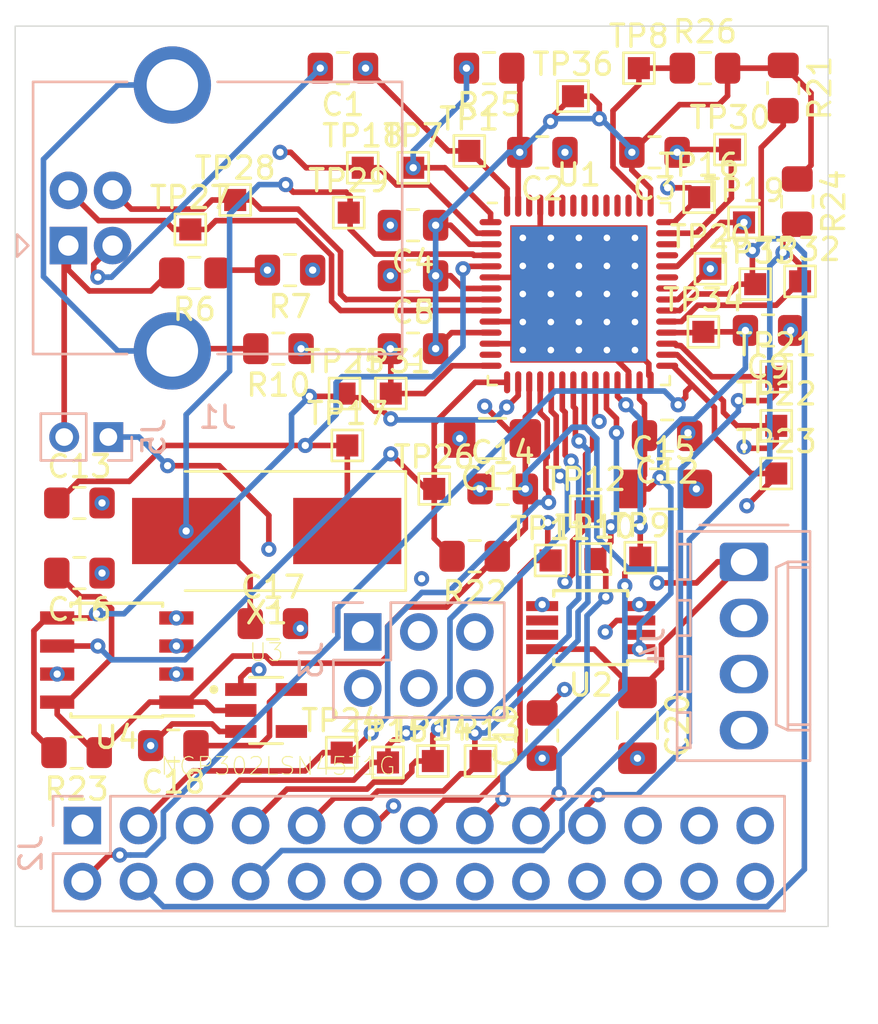
<source format=kicad_pcb>
(kicad_pcb (version 20171130) (host pcbnew 5.0.2+dfsg1-1)
  (title_block (title WWAVUSBEPP) (rev v01) (comment 4 "Author: Yusuf Mohsinally"))
  (layers (0 F.Cu jumper) (1 In1.Cu power) (2 In2.Cu signal) (31 B.Cu signal) (34 B.Paste user) (35 F.Paste user) (36 B.SilkS user) (37 F.SilkS user) (38 B.Mask user) (39 F.Mask user) (44 Edge.Cuts user))
  (net 0 "")
  (net 1 Earth)
  (net 2 "Net-(C1-Pad2)")
  (net 3 XTALIN)
  (net 4 +3V3)
  (net 5 XTALOUT)
  (net 6 "Net-(J1-Pad5)")
  (net 7 D+)
  (net 8 D-)
  (net 9 "Net-(J1-Pad1)")
  (net 10 25)
  (net 11 23)
  (net 12 17)
  (net 13 15)
  (net 14 13)
  (net 15 11)
  (net 16 9)
  (net 17 8)
  (net 18 7)
  (net 19 6)
  (net 20 5)
  (net 21 3)
  (net 22 2)
  (net 23 1)
  (net 24 SDA)
  (net 25 U3_R)
  (net 26 SCL)
  (net 27 "Net-(J2-Pad4)")
  (net 28 "Net-(J2-Pad21)")
  (net 29 "Net-(J2-Pad19)")
  (net 30 "Net-(C18-Pad1)")
  (net 31 "Net-(C19-Pad2)")
  (net 32 "Net-(C20-Pad1)")
  (net 33 "Net-(J3-Pad6)")
  (net 34 "Net-(J3-Pad5)")
  (net 35 "Net-(J3-Pad4)")
  (net 36 "Net-(J3-Pad3)")
  (net 37 "Net-(J3-Pad2)")
  (net 38 "Net-(J3-Pad1)")
  (net 39 "Net-(J4-Pad3)")
  (net 40 "Net-(J4-Pad4)")
  (net 41 "Net-(R6-Pad1)")
  (net 42 "Net-(R26-Pad1)")
  (net 43 "Net-(U1-Pad13)")
  (net 44 "Net-(U1-Pad36)")
  (net 45 "Net-(U1-Pad37)")
  (net 46 "Net-(U1-Pad39)")
  (net 47 "Net-(U1-Pad40)")
  (net 48 "Net-(U1-Pad45)")
  (net 49 "Net-(U1-Pad46)")
  (net 50 "Net-(U1-Pad47)")
  (net 51 "Net-(U1-Pad48)")
  (net 52 "Net-(U1-Pad49)")
  (net 53 "Net-(U1-Pad50)")
  (net 54 "Net-(U1-Pad51)")
  (net 55 "Net-(U1-Pad52)")
  (net 56 "Net-(U1-Pad54)")
  (net 57 "Net-(U2-Pad6)")
  (net 58 "Net-(U2-Pad7)")
  (net 59 "Net-(U3-Pad4)")
  (module Connector_PinHeader_2.00mm:PinHeader_1x02_P2.00mm_Vertical (layer B.Cu) (at 62.8965 134.0485 90)
    (fp_text reference J5 (at 0 2.06 90) (layer B.SilkS) (effects (justify mirror)))
    (fp_text value Conn_01x02_Male)
    (pad 1 thru_hole rect (at 0 0 90) (size 1.35 1.35) (drill 0.8) (layers *.Cu *.Mask) (net 32 "Net-(C20-Pad1)"))
    (pad 2 thru_hole oval (at 0 -2 90) (size 1.35 1.35) (drill 0.8) (layers *.Cu *.Mask) (net 9 "Net-(J1-Pad1)"))
  )
  (module TestPoint:TestPoint_Pad_1.0x1.0mm (layer F.Cu) (at 79.248 121.0945)
    (fp_text reference TP1 (at 0 -1.448) (layer F.SilkS))
    (fp_text value TestPoint)
    (pad 1 smd rect (at 0 0) (size 1 1) (layers F.Cu F.Mask) (net 1 Earth))
  )
  (module Resistor_SMD:R_0805_2012Metric_Pad1.15x1.40mm_HandSolder (layer F.Cu) (at 61.459 148.336 180)
    (fp_text reference R23 (at 0 -1.65 180) (layer F.SilkS))
    (fp_text value 2.2k)
    (pad 1 smd roundrect (at -1.025 0 180) (size 1.15 1.4) (layers F.Cu F.Paste F.Mask) (roundrect_rratio 0.217391) (net 4 +3V3))
    (pad 2 smd roundrect (at 1.025 0 180) (size 1.15 1.4) (layers F.Cu F.Paste F.Mask) (roundrect_rratio 0.217391) (net 24 SDA))
  )
  (module Capacitor_SMD:C_0805_2012Metric_Pad1.15x1.40mm_HandSolder (layer F.Cu) (at 73.524 117.348 180)
    (fp_text reference C1 (at 0 -1.65 180) (layer F.SilkS))
    (fp_text value 4.7nF)
    (pad 2 smd roundrect (at 1.025 0 180) (size 1.15 1.4) (layers F.Cu F.Paste F.Mask) (roundrect_rratio 0.217391) (net 2 "Net-(C1-Pad2)"))
    (pad 1 smd roundrect (at -1.025 0 180) (size 1.15 1.4) (layers F.Cu F.Paste F.Mask) (roundrect_rratio 0.217391) (net 1 Earth))
  )
  (module Capacitor_SMD:C_0805_2012Metric_Pad1.15x1.40mm_HandSolder (layer F.Cu) (at 82.559 121.158 180)
    (fp_text reference C2 (at 0 -1.65 180) (layer F.SilkS))
    (fp_text value 100nF)
    (pad 2 smd roundrect (at 1.025 0 180) (size 1.15 1.4) (layers F.Cu F.Paste F.Mask) (roundrect_rratio 0.217391) (net 4 +3V3))
    (pad 1 smd roundrect (at -1.025 0 180) (size 1.15 1.4) (layers F.Cu F.Paste F.Mask) (roundrect_rratio 0.217391) (net 1 Earth))
  )
  (module Capacitor_SMD:C_0805_2012Metric_Pad1.15x1.40mm_HandSolder (layer F.Cu) (at 87.639 121.158 180)
    (fp_text reference C3 (at 0 -1.65 180) (layer F.SilkS))
    (fp_text value 100nF)
    (pad 2 smd roundrect (at 1.025 0 180) (size 1.15 1.4) (layers F.Cu F.Paste F.Mask) (roundrect_rratio 0.217391) (net 4 +3V3))
    (pad 1 smd roundrect (at -1.025 0 180) (size 1.15 1.4) (layers F.Cu F.Paste F.Mask) (roundrect_rratio 0.217391) (net 1 Earth))
  )
  (module Capacitor_SMD:C_0805_2012Metric_Pad1.15x1.40mm_HandSolder (layer F.Cu) (at 76.699 124.46 180)
    (fp_text reference C4 (at 0 -1.65 180) (layer F.SilkS))
    (fp_text value 100nF)
    (pad 2 smd roundrect (at 1.025 0 180) (size 1.15 1.4) (layers F.Cu F.Paste F.Mask) (roundrect_rratio 0.217391) (net 1 Earth))
    (pad 1 smd roundrect (at -1.025 0 180) (size 1.15 1.4) (layers F.Cu F.Paste F.Mask) (roundrect_rratio 0.217391) (net 4 +3V3))
  )
  (module Capacitor_SMD:C_0805_2012Metric_Pad1.15x1.40mm_HandSolder (layer F.Cu) (at 76.699 126.746 180)
    (fp_text reference C5 (at 0 -1.65 180) (layer F.SilkS))
    (fp_text value 100nF)
    (pad 2 smd roundrect (at 1.025 0 180) (size 1.15 1.4) (layers F.Cu F.Paste F.Mask) (roundrect_rratio 0.217391) (net 1 Earth))
    (pad 1 smd roundrect (at -1.025 0 180) (size 1.15 1.4) (layers F.Cu F.Paste F.Mask) (roundrect_rratio 0.217391) (net 4 +3V3))
  )
  (module Capacitor_SMD:C_0805_2012Metric_Pad1.15x1.40mm_HandSolder (layer F.Cu) (at 76.699 130.048)
    (fp_text reference C8 (at 0 -1.65) (layer F.SilkS))
    (fp_text value 100nF)
    (pad 2 smd roundrect (at 1.025 0) (size 1.15 1.4) (layers F.Cu F.Paste F.Mask) (roundrect_rratio 0.217391) (net 4 +3V3))
    (pad 1 smd roundrect (at -1.025 0) (size 1.15 1.4) (layers F.Cu F.Paste F.Mask) (roundrect_rratio 0.217391) (net 1 Earth))
  )
  (module Capacitor_SMD:C_0805_2012Metric_Pad1.15x1.40mm_HandSolder (layer F.Cu) (at 92.7825 129.2225 180)
    (fp_text reference C9 (at 0 -1.65 180) (layer F.SilkS))
    (fp_text value 100nF)
    (pad 2 smd roundrect (at 1.025 0 180) (size 1.15 1.4) (layers F.Cu F.Paste F.Mask) (roundrect_rratio 0.217391) (net 4 +3V3))
    (pad 1 smd roundrect (at -1.025 0 180) (size 1.15 1.4) (layers F.Cu F.Paste F.Mask) (roundrect_rratio 0.217391) (net 1 Earth))
  )
  (module Capacitor_SMD:C_0805_2012Metric_Pad1.15x1.40mm_HandSolder (layer F.Cu) (at 88.2105 133.985 180)
    (fp_text reference C12 (at 0 -1.65 180) (layer F.SilkS))
    (fp_text value 100nF)
    (pad 2 smd roundrect (at 1.025 0 180) (size 1.15 1.4) (layers F.Cu F.Paste F.Mask) (roundrect_rratio 0.217391) (net 4 +3V3))
    (pad 1 smd roundrect (at -1.025 0 180) (size 1.15 1.4) (layers F.Cu F.Paste F.Mask) (roundrect_rratio 0.217391) (net 1 Earth))
  )
  (module Capacitor_SMD:C_0805_2012Metric_Pad1.15x1.40mm_HandSolder (layer F.Cu) (at 61.586 137.033)
    (fp_text reference C13 (at 0 -1.65) (layer F.SilkS))
    (fp_text value 12pF)
    (pad 2 smd roundrect (at 1.025 0) (size 1.15 1.4) (layers F.Cu F.Paste F.Mask) (roundrect_rratio 0.217391) (net 1 Earth))
    (pad 1 smd roundrect (at -1.025 0) (size 1.15 1.4) (layers F.Cu F.Paste F.Mask) (roundrect_rratio 0.217391) (net 3 XTALIN))
  )
  (module Capacitor_SMD:C_0805_2012Metric_Pad1.15x1.40mm_HandSolder (layer F.Cu) (at 80.763 136.398)
    (fp_text reference C14 (at 0 -1.65) (layer F.SilkS))
    (fp_text value 100nF)
    (pad 2 smd roundrect (at 1.025 0) (size 1.15 1.4) (layers F.Cu F.Paste F.Mask) (roundrect_rratio 0.217391) (net 4 +3V3))
    (pad 1 smd roundrect (at -1.025 0) (size 1.15 1.4) (layers F.Cu F.Paste F.Mask) (roundrect_rratio 0.217391) (net 1 Earth))
  )
  (module Capacitor_SMD:C_0805_2012Metric_Pad1.15x1.40mm_HandSolder (layer F.Cu) (at 61.586 140.208 180)
    (fp_text reference C16 (at 0 -1.65 180) (layer F.SilkS))
    (fp_text value 100nF)
    (pad 2 smd roundrect (at 1.025 0 180) (size 1.15 1.4) (layers F.Cu F.Paste F.Mask) (roundrect_rratio 0.217391) (net 4 +3V3))
    (pad 1 smd roundrect (at -1.025 0 180) (size 1.15 1.4) (layers F.Cu F.Paste F.Mask) (roundrect_rratio 0.217391) (net 1 Earth))
  )
  (module Capacitor_SMD:C_0805_2012Metric_Pad1.15x1.40mm_HandSolder (layer F.Cu) (at 70.349 142.494)
    (fp_text reference C17 (at 0 -1.65) (layer F.SilkS))
    (fp_text value 12pF)
    (pad 2 smd roundrect (at 1.025 0) (size 1.15 1.4) (layers F.Cu F.Paste F.Mask) (roundrect_rratio 0.217391) (net 1 Earth))
    (pad 1 smd roundrect (at -1.025 0) (size 1.15 1.4) (layers F.Cu F.Paste F.Mask) (roundrect_rratio 0.217391) (net 5 XTALOUT))
  )
  (module Capacitor_SMD:C_0805_2012Metric_Pad1.15x1.40mm_HandSolder (layer F.Cu) (at 65.8405 148.0185 180)
    (fp_text reference C18 (at 0 -1.65 180) (layer F.SilkS))
    (fp_text value 100nF)
    (pad 2 smd roundrect (at 1.025 0 180) (size 1.15 1.4) (layers F.Cu F.Paste F.Mask) (roundrect_rratio 0.217391) (net 1 Earth))
    (pad 1 smd roundrect (at -1.025 0 180) (size 1.15 1.4) (layers F.Cu F.Paste F.Mask) (roundrect_rratio 0.217391) (net 30 "Net-(C18-Pad1)"))
  )
  (module Capacitor_SMD:C_0805_2012Metric_Pad1.15x1.40mm_HandSolder (layer F.Cu) (at 82.55 147.565 90)
    (fp_text reference C19 (at 0 -1.65 90) (layer F.SilkS))
    (fp_text value 100nF)
    (pad 2 smd roundrect (at 1.025 0 90) (size 1.15 1.4) (layers F.Cu F.Paste F.Mask) (roundrect_rratio 0.217391) (net 31 "Net-(C19-Pad2)"))
    (pad 1 smd roundrect (at -1.025 0 90) (size 1.15 1.4) (layers F.Cu F.Paste F.Mask) (roundrect_rratio 0.217391) (net 4 +3V3))
  )
  (module Resistor_SMD:R_0805_2012Metric_Pad1.15x1.40mm_HandSolder (layer F.Cu) (at 80.146 117.348 180)
    (fp_text reference R25 (at 0 -1.65 180) (layer F.SilkS))
    (fp_text value 10k)
    (pad 2 smd roundrect (at 1.025 0 180) (size 1.15 1.4) (layers F.Cu F.Paste F.Mask) (roundrect_rratio 0.217391) (net 28 "Net-(J2-Pad21)"))
    (pad 1 smd roundrect (at -1.025 0 180) (size 1.15 1.4) (layers F.Cu F.Paste F.Mask) (roundrect_rratio 0.217391) (net 4 +3V3))
  )
  (module Resistor_SMD:R_0805_2012Metric_Pad1.15x1.40mm_HandSolder (layer F.Cu) (at 94.107 123.3895 270)
    (fp_text reference R24 (at 0 -1.65 270) (layer F.SilkS))
    (fp_text value 10k)
    (pad 2 smd roundrect (at 1.025 0 270) (size 1.15 1.4) (layers F.Cu F.Paste F.Mask) (roundrect_rratio 0.217391) (net 29 "Net-(J2-Pad19)"))
    (pad 1 smd roundrect (at -1.025 0 270) (size 1.15 1.4) (layers F.Cu F.Paste F.Mask) (roundrect_rratio 0.217391) (net 4 +3V3))
  )
  (module Resistor_SMD:R_0805_2012Metric_Pad1.15x1.40mm_HandSolder (layer F.Cu) (at 79.493 139.446 180)
    (fp_text reference R22 (at 0 -1.65 180) (layer F.SilkS))
    (fp_text value 2.2k)
    (pad 2 smd roundrect (at 1.025 0 180) (size 1.15 1.4) (layers F.Cu F.Paste F.Mask) (roundrect_rratio 0.217391) (net 26 SCL))
    (pad 1 smd roundrect (at -1.025 0 180) (size 1.15 1.4) (layers F.Cu F.Paste F.Mask) (roundrect_rratio 0.217391) (net 4 +3V3))
  )
  (module Resistor_SMD:R_0805_2012Metric_Pad1.15x1.40mm_HandSolder (layer F.Cu) (at 70.603 130.048 180)
    (fp_text reference R10 (at 0 -1.65 180) (layer F.SilkS))
    (fp_text value 1M)
    (pad 2 smd roundrect (at 1.025 0 180) (size 1.15 1.4) (layers F.Cu F.Paste F.Mask) (roundrect_rratio 0.217391) (net 6 "Net-(J1-Pad5)"))
    (pad 1 smd roundrect (at -1.025 0 180) (size 1.15 1.4) (layers F.Cu F.Paste F.Mask) (roundrect_rratio 0.217391) (net 1 Earth))
  )
  (module Resistor_SMD:R_0805_2012Metric_Pad1.15x1.40mm_HandSolder (layer F.Cu) (at 71.129 126.492 180)
    (fp_text reference R7 (at 0 -1.65 180) (layer F.SilkS))
    (fp_text value 5.1k)
    (pad 2 smd roundrect (at 1.025 0 180) (size 1.15 1.4) (layers F.Cu F.Paste F.Mask) (roundrect_rratio 0.217391) (net 41 "Net-(R6-Pad1)"))
    (pad 1 smd roundrect (at -1.025 0 180) (size 1.15 1.4) (layers F.Cu F.Paste F.Mask) (roundrect_rratio 0.217391) (net 1 Earth))
  )
  (module Resistor_SMD:R_0805_2012Metric_Pad1.15x1.40mm_HandSolder (layer F.Cu) (at 66.793 126.619 180)
    (fp_text reference R6 (at 0 -1.65 180) (layer F.SilkS))
    (fp_text value 15.1k)
    (pad 2 smd roundrect (at 1.025 0 180) (size 1.15 1.4) (layers F.Cu F.Paste F.Mask) (roundrect_rratio 0.217391) (net 9 "Net-(J1-Pad1)"))
    (pad 1 smd roundrect (at -1.025 0 180) (size 1.15 1.4) (layers F.Cu F.Paste F.Mask) (roundrect_rratio 0.217391) (net 41 "Net-(R6-Pad1)"))
  )
  (module Resistor_SMD:R_0805_2012Metric_Pad1.15x1.40mm_HandSolder (layer F.Cu) (at 93.472 118.246 270)
    (fp_text reference R21 (at 0 -1.65 270) (layer F.SilkS))
    (fp_text value 10k)
    (pad 2 smd roundrect (at 1.025 0 270) (size 1.15 1.4) (layers F.Cu F.Paste F.Mask) (roundrect_rratio 0.217391) (net 27 "Net-(J2-Pad4)"))
    (pad 1 smd roundrect (at -1.025 0 270) (size 1.15 1.4) (layers F.Cu F.Paste F.Mask) (roundrect_rratio 0.217391) (net 4 +3V3))
  )
  (module Resistor_SMD:R_0805_2012Metric_Pad1.15x1.40mm_HandSolder (layer F.Cu) (at 89.925 117.348)
    (fp_text reference R26 (at 0 -1.65) (layer F.SilkS))
    (fp_text value 10k)
    (pad 2 smd roundrect (at 1.025 0) (size 1.15 1.4) (layers F.Cu F.Paste F.Mask) (roundrect_rratio 0.217391) (net 4 +3V3))
    (pad 1 smd roundrect (at -1.025 0) (size 1.15 1.4) (layers F.Cu F.Paste F.Mask) (roundrect_rratio 0.217391) (net 42 "Net-(R26-Pad1)"))
  )
  (module TestPoint:TestPoint_Pad_1.0x1.0mm (layer F.Cu) (at 86.9315 117.348)
    (fp_text reference TP8 (at 0 -1.448) (layer F.SilkS))
    (fp_text value TestPoint)
    (pad 1 smd rect (at 0 0) (size 1 1) (layers F.Cu F.Mask) (net 42 "Net-(R26-Pad1)"))
  )
  (module TestPoint:TestPoint_Pad_1.0x1.0mm (layer F.Cu) (at 93.1545 133.5405)
    (fp_text reference TP22 (at 0 -1.448) (layer F.SilkS))
    (fp_text value TestPoint)
    (pad 1 smd rect (at 0 0) (size 1 1) (layers F.Cu F.Mask) (net 23 1))
  )
  (module TestPoint:TestPoint_Pad_1.0x1.0mm (layer F.Cu) (at 82.931 139.6365)
    (fp_text reference TP11 (at 0 -1.448) (layer F.SilkS))
    (fp_text value TestPoint)
    (pad 1 smd rect (at 0 0) (size 1 1) (layers F.Cu F.Mask) (net 14 13))
  )
  (module TestPoint:TestPoint_Pad_1.0x1.0mm (layer F.Cu) (at 84.5185 137.414)
    (fp_text reference TP12 (at 0 -1.448) (layer F.SilkS))
    (fp_text value TestPoint)
    (pad 1 smd rect (at 0 0) (size 1 1) (layers F.Cu F.Mask) (net 15 11))
  )
  (module TestPoint:TestPoint_Pad_1.0x1.0mm (layer F.Cu) (at 79.756 148.717)
    (fp_text reference TP13 (at 0 -1.448) (layer F.SilkS))
    (fp_text value TestPoint)
    (pad 1 smd rect (at 0 0) (size 1 1) (layers F.Cu F.Mask) (net 16 9))
  )
  (module TestPoint:TestPoint_Pad_1.0x1.0mm (layer F.Cu) (at 77.597 148.717)
    (fp_text reference TP14 (at 0 -1.448) (layer F.SilkS))
    (fp_text value TestPoint)
    (pad 1 smd rect (at 0 0) (size 1 1) (layers F.Cu F.Mask) (net 18 7))
  )
  (module TestPoint:TestPoint_Pad_1.0x1.0mm (layer F.Cu) (at 75.565 148.7805)
    (fp_text reference TP15 (at 0 -1.448) (layer F.SilkS))
    (fp_text value TestPoint)
    (pad 1 smd rect (at 0 0) (size 1 1) (layers F.Cu F.Mask) (net 20 5))
  )
  (module TestPoint:TestPoint_Pad_1.0x1.0mm (layer F.Cu) (at 89.662 123.19)
    (fp_text reference TP16 (at 0 -1.448) (layer F.SilkS))
    (fp_text value TestPoint)
    (pad 1 smd rect (at 0 0) (size 1 1) (layers F.Cu F.Mask) (net 25 U3_R))
  )
  (module TestPoint:TestPoint_Pad_1.0x1.0mm (layer F.Cu) (at 90.17 126.4285)
    (fp_text reference TP20 (at 0 -1.448) (layer F.SilkS))
    (fp_text value TestPoint)
    (pad 1 smd rect (at 0 0) (size 1 1) (layers F.Cu F.Mask) (net 10 25))
  )
  (module TestPoint:TestPoint_Pad_1.0x1.0mm (layer F.Cu) (at 93.1545 131.318)
    (fp_text reference TP21 (at 0 -1.448) (layer F.SilkS))
    (fp_text value TestPoint)
    (pad 1 smd rect (at 0 0) (size 1 1) (layers F.Cu F.Mask) (net 17 8))
  )
  (module TestPoint:TestPoint_Pad_1.0x1.0mm (layer F.Cu) (at 84.963 139.573)
    (fp_text reference TP10 (at 0 -1.448) (layer F.SilkS))
    (fp_text value TestPoint)
    (pad 1 smd rect (at 0 0) (size 1 1) (layers F.Cu F.Mask) (net 13 15))
  )
  (module TestPoint:TestPoint_Pad_1.0x1.0mm (layer F.Cu) (at 86.995 139.5095)
    (fp_text reference TP9 (at 0 -1.448) (layer F.SilkS))
    (fp_text value TestPoint)
    (pad 1 smd rect (at 0 0) (size 1 1) (layers F.Cu F.Mask) (net 12 17))
  )
  (module TestPoint:TestPoint_Pad_1.0x1.0mm (layer F.Cu) (at 93.1545 135.6995)
    (fp_text reference TP23 (at 0 -1.448) (layer F.SilkS))
    (fp_text value TestPoint)
    (pad 1 smd rect (at 0 0) (size 1 1) (layers F.Cu F.Mask) (net 22 2))
  )
  (module TestPoint:TestPoint_Pad_1.0x1.0mm (layer F.Cu) (at 73.4695 148.336)
    (fp_text reference TP24 (at 0 -1.448) (layer F.SilkS))
    (fp_text value TestPoint)
    (pad 1 smd rect (at 0 0) (size 1 1) (layers F.Cu F.Mask) (net 21 3))
  )
  (module TestPoint:TestPoint_Pad_1.0x1.0mm (layer F.Cu) (at 73.5965 132.08)
    (fp_text reference TP25 (at 0 -1.448) (layer F.SilkS))
    (fp_text value TestPoint)
    (pad 1 smd rect (at 0 0) (size 1 1) (layers F.Cu F.Mask) (net 24 SDA))
  )
  (module TestPoint:TestPoint_Pad_1.0x1.0mm (layer F.Cu) (at 77.6605 136.398)
    (fp_text reference TP26 (at 0 -1.448) (layer F.SilkS))
    (fp_text value TestPoint)
    (pad 1 smd rect (at 0 0) (size 1 1) (layers F.Cu F.Mask) (net 26 SCL))
  )
  (module TestPoint:TestPoint_Pad_1.0x1.0mm (layer F.Cu) (at 66.6115 124.6505)
    (fp_text reference TP27 (at 0 -1.448) (layer F.SilkS))
    (fp_text value TestPoint)
    (pad 1 smd rect (at 0 0) (size 1 1) (layers F.Cu F.Mask) (net 8 D-))
  )
  (module TestPoint:TestPoint_Pad_1.0x1.0mm (layer F.Cu) (at 68.6435 123.317)
    (fp_text reference TP28 (at 0 -1.448) (layer F.SilkS))
    (fp_text value TestPoint)
    (pad 1 smd rect (at 0 0) (size 1 1) (layers F.Cu F.Mask) (net 7 D+))
  )
  (module TestPoint:TestPoint_Pad_1.0x1.0mm (layer F.Cu) (at 73.787 123.8885)
    (fp_text reference TP29 (at 0 -1.448) (layer F.SilkS))
    (fp_text value TestPoint)
    (pad 1 smd rect (at 0 0) (size 1 1) (layers F.Cu F.Mask) (net 5 XTALOUT))
  )
  (module TestPoint:TestPoint_Pad_1.0x1.0mm (layer F.Cu) (at 76.708 121.8565)
    (fp_text reference TP7 (at 0 -1.448) (layer F.SilkS))
    (fp_text value TestPoint)
    (pad 1 smd rect (at 0 0) (size 1 1) (layers F.Cu F.Mask) (net 28 "Net-(J2-Pad21)"))
  )
  (module TestPoint:TestPoint_Pad_1.0x1.0mm (layer F.Cu) (at 94.234 127)
    (fp_text reference TP32 (at 0 -1.448) (layer F.SilkS))
    (fp_text value TestPoint)
    (pad 1 smd rect (at 0 0) (size 1 1) (layers F.Cu F.Mask) (net 29 "Net-(J2-Pad19)"))
  )
  (module TestPoint:TestPoint_Pad_1.0x1.0mm (layer F.Cu) (at 92.202 127.127)
    (fp_text reference TP33 (at 0 -1.448) (layer F.SilkS))
    (fp_text value TestPoint)
    (pad 1 smd rect (at 0 0) (size 1 1) (layers F.Cu F.Mask) (net 27 "Net-(J2-Pad4)"))
  )
  (module TestPoint:TestPoint_Pad_1.0x1.0mm (layer F.Cu) (at 89.8525 129.286)
    (fp_text reference TP34 (at 0 -1.448) (layer F.SilkS))
    (fp_text value TestPoint)
    (pad 1 smd rect (at 0 0) (size 1 1) (layers F.Cu F.Mask) (net 4 +3V3))
  )
  (module TestPoint:TestPoint_Pad_1.0x1.0mm (layer F.Cu) (at 83.947 118.618)
    (fp_text reference TP36 (at 0 -1.448) (layer F.SilkS))
    (fp_text value TestPoint)
    (pad 1 smd rect (at 0 0) (size 1 1) (layers F.Cu F.Mask) (net 4 +3V3))
  )
  (module TestPoint:TestPoint_Pad_1.0x1.0mm (layer F.Cu) (at 73.7235 134.4295)
    (fp_text reference TP17 (at 0 -1.448) (layer F.SilkS))
    (fp_text value TestPoint)
    (pad 1 smd rect (at 0 0) (size 1 1) (layers F.Cu F.Mask) (net 3 XTALIN))
  )
  (module TestPoint:TestPoint_Pad_1.0x1.0mm (layer F.Cu) (at 74.422 121.8565)
    (fp_text reference TP18 (at 0 -1.448) (layer F.SilkS))
    (fp_text value TestPoint)
    (pad 1 smd rect (at 0 0) (size 1 1) (layers F.Cu F.Mask) (net 11 23))
  )
  (module TestPoint:TestPoint_Pad_1.0x1.0mm (layer F.Cu) (at 91.694 124.333)
    (fp_text reference TP19 (at 0 -1.448) (layer F.SilkS))
    (fp_text value TestPoint)
    (pad 1 smd rect (at 0 0) (size 1 1) (layers F.Cu F.Mask) (net 19 6))
  )
  (module TestPoint:TestPoint_Pad_1.0x1.0mm (layer F.Cu) (at 75.692 132.08)
    (fp_text reference TP31 (at 0 -1.448) (layer F.SilkS))
    (fp_text value TestPoint)
    (pad 1 smd rect (at 0 0) (size 1 1) (layers F.Cu F.Mask) (net 1 Earth))
  )
  (module TestPoint:TestPoint_Pad_1.0x1.0mm (layer F.Cu) (at 91.059 121.031)
    (fp_text reference TP30 (at 0 -1.448) (layer F.SilkS))
    (fp_text value TestPoint)
    (pad 1 smd rect (at 0 0) (size 1 1) (layers F.Cu F.Mask) (net 1 Earth))
  )
  (module Package_DFN_QFN:Cypress_QFN-56-1EP_8x8mm_P0.5mm_EP6.22x6.22mm_ThermalVias (layer F.Cu) (at 84.213 127.571)
    (fp_text reference U1 (at 0 -5.395) (layer F.SilkS))
    (fp_text value CY7C68013-56LFC)
    (pad 57 smd rect (at 0 0) (size 6.1 6.1) (layers B.Cu) (net 1 Earth))
    (pad 57 thru_hole circle (at -2.54 2.54) (size 0.6 0.6) (drill 0.3) (layers *.Cu) (net 1 Earth))
    (pad 57 thru_hole circle (at -1.27 2.54) (size 0.6 0.6) (drill 0.3) (layers *.Cu) (net 1 Earth))
    (pad 57 thru_hole circle (at 0 2.54) (size 0.6 0.6) (drill 0.3) (layers *.Cu) (net 1 Earth))
    (pad 57 thru_hole circle (at 1.27 2.54) (size 0.6 0.6) (drill 0.3) (layers *.Cu) (net 1 Earth))
    (pad 57 thru_hole circle (at 2.54 2.54) (size 0.6 0.6) (drill 0.3) (layers *.Cu) (net 1 Earth))
    (pad 57 thru_hole circle (at 2.54 1.27) (size 0.6 0.6) (drill 0.3) (layers *.Cu) (net 1 Earth))
    (pad 57 thru_hole circle (at 1.27 1.27) (size 0.6 0.6) (drill 0.3) (layers *.Cu) (net 1 Earth))
    (pad 57 thru_hole circle (at 0 1.27) (size 0.6 0.6) (drill 0.3) (layers *.Cu) (net 1 Earth))
    (pad 57 thru_hole circle (at -1.27 1.27) (size 0.6 0.6) (drill 0.3) (layers *.Cu) (net 1 Earth))
    (pad 57 thru_hole circle (at -2.54 1.27) (size 0.6 0.6) (drill 0.3) (layers *.Cu) (net 1 Earth))
    (pad 57 thru_hole circle (at -2.54 -2.54) (size 0.6 0.6) (drill 0.3) (layers *.Cu) (net 1 Earth))
    (pad 57 thru_hole circle (at -1.27 -2.54) (size 0.6 0.6) (drill 0.3) (layers *.Cu) (net 1 Earth))
    (pad 57 thru_hole circle (at 0 -2.54) (size 0.6 0.6) (drill 0.3) (layers *.Cu) (net 1 Earth))
    (pad 57 thru_hole circle (at 1.27 -2.54) (size 0.6 0.6) (drill 0.3) (layers *.Cu) (net 1 Earth))
    (pad 57 thru_hole circle (at 2.54 -2.54) (size 0.6 0.6) (drill 0.3) (layers *.Cu) (net 1 Earth))
    (pad 57 thru_hole circle (at 2.54 -1.27) (size 0.6 0.6) (drill 0.3) (layers *.Cu) (net 1 Earth))
    (pad 57 thru_hole circle (at 1.27 -1.27) (size 0.6 0.6) (drill 0.3) (layers *.Cu) (net 1 Earth))
    (pad 57 thru_hole circle (at 0 -1.27) (size 0.6 0.6) (drill 0.3) (layers *.Cu) (net 1 Earth))
    (pad 57 thru_hole circle (at -1.27 -1.27) (size 0.6 0.6) (drill 0.3) (layers *.Cu) (net 1 Earth))
    (pad 57 thru_hole circle (at -2.54 -1.27) (size 0.6 0.6) (drill 0.3) (layers *.Cu) (net 1 Earth))
    (pad 57 thru_hole circle (at -2.54 0) (size 0.6 0.6) (drill 0.3) (layers *.Cu) (net 1 Earth))
    (pad 57 thru_hole circle (at -1.27 0) (size 0.6 0.6) (drill 0.3) (layers *.Cu) (net 1 Earth))
    (pad 57 thru_hole circle (at 2.54 0) (size 0.6 0.6) (drill 0.3) (layers *.Cu) (net 1 Earth))
    (pad 57 thru_hole circle (at 1.27 0) (size 0.6 0.6) (drill 0.3) (layers *.Cu) (net 1 Earth))
    (pad 57 thru_hole circle (at 0 0) (size 0.6 0.6) (drill 0.3) (layers *.Cu) (net 1 Earth))
    (pad 57 smd rect (at 0 0) (size 6.22 6.22) (layers F.Cu) (net 1 Earth))
    (pad 56 smd oval (at -3.25 -4) (size 0.28 1) (layers F.Cu F.Paste F.Mask) (net 1 Earth))
    (pad 55 smd oval (at -2.75 -4) (size 0.28 1) (layers F.Cu F.Paste F.Mask) (net 4 +3V3))
    (pad 54 smd oval (at -2.25 -4) (size 0.28 1) (layers F.Cu F.Paste F.Mask) (net 56 "Net-(U1-Pad54)"))
    (pad 53 smd oval (at -1.75 -4) (size 0.28 1) (layers F.Cu F.Paste F.Mask) (net 1 Earth))
    (pad 52 smd oval (at -1.25 -4) (size 0.28 1) (layers F.Cu F.Paste F.Mask) (net 55 "Net-(U1-Pad52)"))
    (pad 51 smd oval (at -0.75 -4) (size 0.28 1) (layers F.Cu F.Paste F.Mask) (net 54 "Net-(U1-Pad51)"))
    (pad 50 smd oval (at -0.25 -4) (size 0.28 1) (layers F.Cu F.Paste F.Mask) (net 53 "Net-(U1-Pad50)"))
    (pad 49 smd oval (at 0.25 -4) (size 0.28 1) (layers F.Cu F.Paste F.Mask) (net 52 "Net-(U1-Pad49)"))
    (pad 48 smd oval (at 0.75 -4) (size 0.28 1) (layers F.Cu F.Paste F.Mask) (net 51 "Net-(U1-Pad48)"))
    (pad 47 smd oval (at 1.25 -4) (size 0.28 1) (layers F.Cu F.Paste F.Mask) (net 50 "Net-(U1-Pad47)"))
    (pad 46 smd oval (at 1.75 -4) (size 0.28 1) (layers F.Cu F.Paste F.Mask) (net 49 "Net-(U1-Pad46)"))
    (pad 45 smd oval (at 2.25 -4) (size 0.28 1) (layers F.Cu F.Paste F.Mask) (net 48 "Net-(U1-Pad45)"))
    (pad 44 smd oval (at 2.75 -4) (size 0.28 1) (layers F.Cu F.Paste F.Mask) (net 42 "Net-(R26-Pad1)"))
    (pad 43 smd oval (at 3.25 -4) (size 0.28 1) (layers F.Cu F.Paste F.Mask) (net 4 +3V3))
    (pad 42 smd oval (at 4 -3.25) (size 1 0.28) (layers F.Cu F.Paste F.Mask) (net 25 U3_R))
    (pad 41 smd oval (at 4 -2.75) (size 1 0.28) (layers F.Cu F.Paste F.Mask) (net 1 Earth))
    (pad 40 smd oval (at 4 -2.25) (size 1 0.28) (layers F.Cu F.Paste F.Mask) (net 47 "Net-(U1-Pad40)"))
    (pad 39 smd oval (at 4 -1.75) (size 1 0.28) (layers F.Cu F.Paste F.Mask) (net 46 "Net-(U1-Pad39)"))
    (pad 38 smd oval (at 4 -1.25) (size 1 0.28) (layers F.Cu F.Paste F.Mask) (net 19 6))
    (pad 37 smd oval (at 4 -0.75) (size 1 0.28) (layers F.Cu F.Paste F.Mask) (net 45 "Net-(U1-Pad37)"))
    (pad 36 smd oval (at 4 -0.25) (size 1 0.28) (layers F.Cu F.Paste F.Mask) (net 44 "Net-(U1-Pad36)"))
    (pad 35 smd oval (at 4 0.25) (size 1 0.28) (layers F.Cu F.Paste F.Mask) (net 10 25))
    (pad 34 smd oval (at 4 0.75) (size 1 0.28) (layers F.Cu F.Paste F.Mask) (net 27 "Net-(J2-Pad4)"))
    (pad 33 smd oval (at 4 1.25) (size 1 0.28) (layers F.Cu F.Paste F.Mask) (net 29 "Net-(J2-Pad19)"))
    (pad 32 smd oval (at 4 1.75) (size 1 0.28) (layers F.Cu F.Paste F.Mask) (net 4 +3V3))
    (pad 31 smd oval (at 4 2.25) (size 1 0.28) (layers F.Cu F.Paste F.Mask) (net 17 8))
    (pad 30 smd oval (at 4 2.75) (size 1 0.28) (layers F.Cu F.Paste F.Mask) (net 23 1))
    (pad 29 smd oval (at 4 3.25) (size 1 0.28) (layers F.Cu F.Paste F.Mask) (net 22 2))
    (pad 28 smd oval (at 3.25 4) (size 0.28 1) (layers F.Cu F.Paste F.Mask) (net 1 Earth))
    (pad 27 smd oval (at 2.75 4) (size 0.28 1) (layers F.Cu F.Paste F.Mask) (net 4 +3V3))
    (pad 26 smd oval (at 2.25 4) (size 0.28 1) (layers F.Cu F.Paste F.Mask) (net 1 Earth))
    (pad 25 smd oval (at 1.75 4) (size 0.28 1) (layers F.Cu F.Paste F.Mask) (net 12 17))
    (pad 24 smd oval (at 1.25 4) (size 0.28 1) (layers F.Cu F.Paste F.Mask) (net 13 15))
    (pad 23 smd oval (at 0.75 4) (size 0.28 1) (layers F.Cu F.Paste F.Mask) (net 14 13))
    (pad 22 smd oval (at 0.25 4) (size 0.28 1) (layers F.Cu F.Paste F.Mask) (net 15 11))
    (pad 21 smd oval (at -0.25 4) (size 0.28 1) (layers F.Cu F.Paste F.Mask) (net 16 9))
    (pad 20 smd oval (at -0.75 4) (size 0.28 1) (layers F.Cu F.Paste F.Mask) (net 18 7))
    (pad 19 smd oval (at -1.25 4) (size 0.28 1) (layers F.Cu F.Paste F.Mask) (net 20 5))
    (pad 18 smd oval (at -1.75 4) (size 0.28 1) (layers F.Cu F.Paste F.Mask) (net 21 3))
    (pad 17 smd oval (at -2.25 4) (size 0.28 1) (layers F.Cu F.Paste F.Mask) (net 4 +3V3))
    (pad 16 smd oval (at -2.75 4) (size 0.28 1) (layers F.Cu F.Paste F.Mask) (net 24 SDA))
    (pad 15 smd oval (at -3.25 4) (size 0.28 1) (layers F.Cu F.Paste F.Mask) (net 26 SCL))
    (pad 14 smd oval (at -4 3.25) (size 1 0.28) (layers F.Cu F.Paste F.Mask) (net 1 Earth))
    (pad 13 smd oval (at -4 2.75) (size 1 0.28) (layers F.Cu F.Paste F.Mask) (net 43 "Net-(U1-Pad13)"))
    (pad 12 smd oval (at -4 2.25) (size 1 0.28) (layers F.Cu F.Paste F.Mask) (net 1 Earth))
    (pad 11 smd oval (at -4 1.75) (size 1 0.28) (layers F.Cu F.Paste F.Mask) (net 4 +3V3))
    (pad 10 smd oval (at -4 1.25) (size 1 0.28) (layers F.Cu F.Paste F.Mask) (net 1 Earth))
    (pad 9 smd oval (at -4 0.75) (size 1 0.28) (layers F.Cu F.Paste F.Mask) (net 8 D-))
    (pad 8 smd oval (at -4 0.25) (size 1 0.28) (layers F.Cu F.Paste F.Mask) (net 7 D+))
    (pad 7 smd oval (at -4 -0.25) (size 1 0.28) (layers F.Cu F.Paste F.Mask) (net 4 +3V3))
    (pad 6 smd oval (at -4 -0.75) (size 1 0.28) (layers F.Cu F.Paste F.Mask) (net 1 Earth))
    (pad 5 smd oval (at -4 -1.25) (size 1 0.28) (layers F.Cu F.Paste F.Mask) (net 3 XTALIN))
    (pad 4 smd oval (at -4 -1.75) (size 1 0.28) (layers F.Cu F.Paste F.Mask) (net 5 XTALOUT))
    (pad 3 smd oval (at -4 -2.25) (size 1 0.28) (layers F.Cu F.Paste F.Mask) (net 4 +3V3))
    (pad 2 smd oval (at -4 -2.75) (size 1 0.28) (layers F.Cu F.Paste F.Mask) (net 11 23))
    (pad 1 smd oval (at -4 -3.25) (size 1 0.28) (layers F.Cu F.Paste F.Mask) (net 28 "Net-(J2-Pad21)"))
  )
  (module SOP95P275X110-5N:SOP95P275X110-5N (layer F.Cu) (at 70.0425 146.4285)
    (fp_text reference U3 (at 0.0113 -2.63442) (layer F.SilkS) (effects (font (size 0.801362 0.801362) (thickness 0.05))))
    (fp_text value NCP302LSN45T1G (at 0.5448 2.51903) (layer F.SilkS) (effects (font (size 0.801465 0.801465) (thickness 0.05))))
    (pad 5 smd rect (at 1.145 -0.95) (size 1.42 0.58) (layers F.Cu F.Paste F.Mask) (net 30 "Net-(C18-Pad1)"))
    (pad 4 smd rect (at 1.145 0.95) (size 1.42 0.58) (layers F.Cu F.Paste F.Mask) (net 59 "Net-(U3-Pad4)"))
    (pad 3 smd rect (at -1.145 0.95) (size 1.42 0.58) (layers F.Cu F.Paste F.Mask) (net 1 Earth))
    (pad 2 smd rect (at -1.145 0) (size 1.42 0.58) (layers F.Cu F.Paste F.Mask) (net 4 +3V3))
    (pad 1 smd rect (at -1.145 -0.95) (size 1.42 0.58) (layers F.Cu F.Paste F.Mask) (net 25 U3_R))
  )
  (module Connector_PinHeader_2.54mm:PinHeader_2x03_P2.54mm_Vertical (layer B.Cu) (at 74.422 142.875 270)
    (fp_text reference J3 (at 1.27 2.33 270) (layer B.SilkS) (effects (justify mirror)))
    (fp_text value Conn_01x06_Female)
    (pad 6 thru_hole oval (at 2.54 -5.08 270) (size 1.7 1.7) (drill 1) (layers *.Cu *.Mask) (net 33 "Net-(J3-Pad6)"))
    (pad 5 thru_hole oval (at 0 -5.08 270) (size 1.7 1.7) (drill 1) (layers *.Cu *.Mask) (net 34 "Net-(J3-Pad5)"))
    (pad 4 thru_hole oval (at 2.54 -2.54 270) (size 1.7 1.7) (drill 1) (layers *.Cu *.Mask) (net 35 "Net-(J3-Pad4)"))
    (pad 3 thru_hole oval (at 0 -2.54 270) (size 1.7 1.7) (drill 1) (layers *.Cu *.Mask) (net 36 "Net-(J3-Pad3)"))
    (pad 2 thru_hole oval (at 2.54 0 270) (size 1.7 1.7) (drill 1) (layers *.Cu *.Mask) (net 37 "Net-(J3-Pad2)"))
    (pad 1 thru_hole rect (at 0 0 270) (size 1.7 1.7) (drill 1) (layers *.Cu *.Mask) (net 38 "Net-(J3-Pad1)"))
  )
  (module Capacitor_SMD:C_1206_3216Metric_Pad1.42x1.75mm_HandSolder (layer F.Cu) (at 80.3005 134.112 180)
    (fp_text reference C11 (at 0 -1.82 180) (layer F.SilkS))
    (fp_text value 2.2uF)
    (pad 2 smd roundrect (at 1.4875 0 180) (size 1.425 1.75) (layers F.Cu F.Paste F.Mask) (roundrect_rratio 0.175439) (net 1 Earth))
    (pad 1 smd roundrect (at -1.4875 0 180) (size 1.425 1.75) (layers F.Cu F.Paste F.Mask) (roundrect_rratio 0.175439) (net 4 +3V3))
  )
  (module Capacitor_SMD:C_1206_3216Metric_Pad1.42x1.75mm_HandSolder (layer F.Cu) (at 88.0475 136.398)
    (fp_text reference C15 (at 0 -1.82) (layer F.SilkS))
    (fp_text value 10uF)
    (pad 2 smd roundrect (at 1.4875 0) (size 1.425 1.75) (layers F.Cu F.Paste F.Mask) (roundrect_rratio 0.175439) (net 1 Earth))
    (pad 1 smd roundrect (at -1.4875 0) (size 1.425 1.75) (layers F.Cu F.Paste F.Mask) (roundrect_rratio 0.175439) (net 4 +3V3))
  )
  (module Capacitor_SMD:C_1206_3216Metric_Pad1.42x1.75mm_HandSolder (layer F.Cu) (at 86.868 147.1025 270)
    (fp_text reference C20 (at 0 -1.82 270) (layer F.SilkS))
    (fp_text value 10uF)
    (pad 2 smd roundrect (at 1.4875 0 270) (size 1.425 1.75) (layers F.Cu F.Paste F.Mask) (roundrect_rratio 0.175439) (net 1 Earth))
    (pad 1 smd roundrect (at -1.4875 0 270) (size 1.425 1.75) (layers F.Cu F.Paste F.Mask) (roundrect_rratio 0.175439) (net 32 "Net-(C20-Pad1)"))
  )
  (module Connector_USB:USB_B_OST_USB-B1HSxx_Horizontal (layer B.Cu) (at 61.087 125.38)
    (fp_text reference J1 (at 6.76 7.77) (layer B.SilkS) (effects (justify mirror)))
    (fp_text value USB_B)
    (pad 5 thru_hole circle (at 4.71 -7.27) (size 3.5 3.5) (drill 2.33) (layers *.Cu *.Mask) (net 6 "Net-(J1-Pad5)"))
    (pad 5 thru_hole circle (at 4.71 4.77) (size 3.5 3.5) (drill 2.33) (layers *.Cu *.Mask) (net 6 "Net-(J1-Pad5)"))
    (pad 4 thru_hole circle (at 2 0) (size 1.7 1.7) (drill 0.92) (layers *.Cu *.Mask) (net 2 "Net-(C1-Pad2)"))
    (pad 3 thru_hole circle (at 2 -2.5) (size 1.7 1.7) (drill 0.92) (layers *.Cu *.Mask) (net 7 D+))
    (pad 2 thru_hole circle (at 0 -2.5) (size 1.7 1.7) (drill 0.92) (layers *.Cu *.Mask) (net 8 D-))
    (pad 1 thru_hole rect (at 0 0) (size 1.7 1.7) (drill 0.92) (layers *.Cu *.Mask) (net 9 "Net-(J1-Pad1)"))
  )
  (module Connector_PinHeader_2.54mm:PinHeader_2x13_P2.54mm_Vertical (layer B.Cu) (at 61.722 151.638 270)
    (fp_text reference J2 (at 1.27 2.33 270) (layer B.SilkS) (effects (justify mirror)))
    (fp_text value Conn_01x26_Female)
    (pad 26 thru_hole oval (at 2.54 -30.48 270) (size 1.7 1.7) (drill 1) (layers *.Cu *.Mask) (net 1 Earth))
    (pad 25 thru_hole oval (at 0 -30.48 270) (size 1.7 1.7) (drill 1) (layers *.Cu *.Mask) (net 10 25))
    (pad 24 thru_hole oval (at 2.54 -27.94 270) (size 1.7 1.7) (drill 1) (layers *.Cu *.Mask) (net 1 Earth))
    (pad 23 thru_hole oval (at 0 -27.94 270) (size 1.7 1.7) (drill 1) (layers *.Cu *.Mask) (net 11 23))
    (pad 22 thru_hole oval (at 2.54 -25.4 270) (size 1.7 1.7) (drill 1) (layers *.Cu *.Mask) (net 1 Earth))
    (pad 21 thru_hole oval (at 0 -25.4 270) (size 1.7 1.7) (drill 1) (layers *.Cu *.Mask) (net 28 "Net-(J2-Pad21)"))
    (pad 20 thru_hole oval (at 2.54 -22.86 270) (size 1.7 1.7) (drill 1) (layers *.Cu *.Mask) (net 1 Earth))
    (pad 19 thru_hole oval (at 0 -22.86 270) (size 1.7 1.7) (drill 1) (layers *.Cu *.Mask) (net 29 "Net-(J2-Pad19)"))
    (pad 18 thru_hole oval (at 2.54 -20.32 270) (size 1.7 1.7) (drill 1) (layers *.Cu *.Mask) (net 1 Earth))
    (pad 17 thru_hole oval (at 0 -20.32 270) (size 1.7 1.7) (drill 1) (layers *.Cu *.Mask) (net 12 17))
    (pad 16 thru_hole oval (at 2.54 -17.78 270) (size 1.7 1.7) (drill 1) (layers *.Cu *.Mask) (net 1 Earth))
    (pad 15 thru_hole oval (at 0 -17.78 270) (size 1.7 1.7) (drill 1) (layers *.Cu *.Mask) (net 13 15))
    (pad 14 thru_hole oval (at 2.54 -15.24 270) (size 1.7 1.7) (drill 1) (layers *.Cu *.Mask) (net 1 Earth))
    (pad 13 thru_hole oval (at 0 -15.24 270) (size 1.7 1.7) (drill 1) (layers *.Cu *.Mask) (net 14 13))
    (pad 12 thru_hole oval (at 2.54 -12.7 270) (size 1.7 1.7) (drill 1) (layers *.Cu *.Mask) (net 1 Earth))
    (pad 11 thru_hole oval (at 0 -12.7 270) (size 1.7 1.7) (drill 1) (layers *.Cu *.Mask) (net 15 11))
    (pad 10 thru_hole oval (at 2.54 -10.16 270) (size 1.7 1.7) (drill 1) (layers *.Cu *.Mask) (net 1 Earth))
    (pad 9 thru_hole oval (at 0 -10.16 270) (size 1.7 1.7) (drill 1) (layers *.Cu *.Mask) (net 16 9))
    (pad 8 thru_hole oval (at 2.54 -7.62 270) (size 1.7 1.7) (drill 1) (layers *.Cu *.Mask) (net 17 8))
    (pad 7 thru_hole oval (at 0 -7.62 270) (size 1.7 1.7) (drill 1) (layers *.Cu *.Mask) (net 18 7))
    (pad 6 thru_hole oval (at 2.54 -5.08 270) (size 1.7 1.7) (drill 1) (layers *.Cu *.Mask) (net 19 6))
    (pad 5 thru_hole oval (at 0 -5.08 270) (size 1.7 1.7) (drill 1) (layers *.Cu *.Mask) (net 20 5))
    (pad 4 thru_hole oval (at 2.54 -2.54 270) (size 1.7 1.7) (drill 1) (layers *.Cu *.Mask) (net 27 "Net-(J2-Pad4)"))
    (pad 3 thru_hole oval (at 0 -2.54 270) (size 1.7 1.7) (drill 1) (layers *.Cu *.Mask) (net 21 3))
    (pad 2 thru_hole oval (at 2.54 0 270) (size 1.7 1.7) (drill 1) (layers *.Cu *.Mask) (net 22 2))
    (pad 1 thru_hole rect (at 0 0 270) (size 1.7 1.7) (drill 1) (layers *.Cu *.Mask) (net 23 1))
  )
  (module Connector_Molex:Molex_KK-254_AE-6410-04A_1x04_P2.54mm_Vertical (layer B.Cu) (at 91.694 139.7 270)
    (fp_text reference J4 (at 3.81 4.12 270) (layer B.SilkS) (effects (justify mirror)))
    (fp_text value Conn_01x04_Male)
    (pad 4 thru_hole oval (at 7.62 0 270) (size 1.74 2.2) (drill 1.2) (layers *.Cu *.Mask) (net 40 "Net-(J4-Pad4)"))
    (pad 3 thru_hole oval (at 5.08 0 270) (size 1.74 2.2) (drill 1.2) (layers *.Cu *.Mask) (net 39 "Net-(J4-Pad3)"))
    (pad 2 thru_hole oval (at 2.54 0 270) (size 1.74 2.2) (drill 1.2) (layers *.Cu *.Mask) (net 1 Earth))
    (pad 1 thru_hole roundrect (at 0 0 270) (size 1.74 2.2) (drill 1.2) (layers *.Cu *.Mask) (roundrect_rratio 0.143678) (net 32 "Net-(C20-Pad1)"))
  )
  (module Package_SO:MSOP-8_3x3mm_P0.65mm (layer F.Cu) (at 84.75 142.677 180)
    (fp_text reference U2 (at 0 -2.6 180) (layer F.SilkS))
    (fp_text value LT1762-3.3)
    (pad 8 smd rect (at 2.2 -0.975 180) (size 1.45 0.45) (layers F.Cu F.Paste F.Mask) (net 32 "Net-(C20-Pad1)"))
    (pad 7 smd rect (at 2.2 -0.325 180) (size 1.45 0.45) (layers F.Cu F.Paste F.Mask) (net 58 "Net-(U2-Pad7)"))
    (pad 6 smd rect (at 2.2 0.325 180) (size 1.45 0.45) (layers F.Cu F.Paste F.Mask) (net 57 "Net-(U2-Pad6)"))
    (pad 5 smd rect (at 2.2 0.975 180) (size 1.45 0.45) (layers F.Cu F.Paste F.Mask) (net 41 "Net-(R6-Pad1)"))
    (pad 4 smd rect (at -2.2 0.975 180) (size 1.45 0.45) (layers F.Cu F.Paste F.Mask) (net 1 Earth))
    (pad 3 smd rect (at -2.2 0.325 180) (size 1.45 0.45) (layers F.Cu F.Paste F.Mask) (net 31 "Net-(C19-Pad2)"))
    (pad 2 smd rect (at -2.2 -0.325 180) (size 1.45 0.45) (layers F.Cu F.Paste F.Mask) (net 4 +3V3))
    (pad 1 smd rect (at -2.2 -0.975 180) (size 1.45 0.45) (layers F.Cu F.Paste F.Mask) (net 4 +3V3))
  )
  (module Package_SO:SOIC-8_3.9x4.9mm_P1.27mm (layer F.Cu) (at 63.279 144.145 180)
    (fp_text reference U4 (at 0 -3.5 180) (layer F.SilkS))
    (fp_text value FM24C64B)
    (pad 8 smd rect (at 2.7 -1.905 180) (size 1.55 0.6) (layers F.Cu F.Paste F.Mask) (net 4 +3V3))
    (pad 7 smd rect (at 2.7 -0.635 180) (size 1.55 0.6) (layers F.Cu F.Paste F.Mask) (net 1 Earth))
    (pad 6 smd rect (at 2.7 0.635 180) (size 1.55 0.6) (layers F.Cu F.Paste F.Mask) (net 26 SCL))
    (pad 5 smd rect (at 2.7 1.905 180) (size 1.55 0.6) (layers F.Cu F.Paste F.Mask) (net 24 SDA))
    (pad 4 smd rect (at -2.7 1.905 180) (size 1.55 0.6) (layers F.Cu F.Paste F.Mask) (net 1 Earth))
    (pad 3 smd rect (at -2.7 0.635 180) (size 1.55 0.6) (layers F.Cu F.Paste F.Mask) (net 1 Earth))
    (pad 2 smd rect (at -2.7 -0.635 180) (size 1.55 0.6) (layers F.Cu F.Paste F.Mask) (net 1 Earth))
    (pad 1 smd rect (at -2.7 -1.905 180) (size 1.55 0.6) (layers F.Cu F.Paste F.Mask) (net 4 +3V3))
  )
  (module Crystal:Crystal_SMD_7050-2Pin_7.0x5.0mm_HandSoldering (layer F.Cu) (at 70.071 138.303 180)
    (fp_text reference X1 (at 0 -3.7 180) (layer F.SilkS))
    (fp_text value 24Mhz)
    (pad 2 smd rect (at 3.65 0 180) (size 4.9 3) (layers F.Cu F.Paste F.Mask) (net 5 XTALOUT))
    (pad 1 smd rect (at -3.65 0 180) (size 4.9 3) (layers F.Cu F.Paste F.Mask) (net 3 XTALIN))
  )
  (gr_line (start 95.504 156.21) (end 58.674 156.21) (layer Edge.Cuts) (width 0.05))
  (gr_line (start 95.504 115.443) (end 95.504 156.21) (layer Edge.Cuts) (width 0.05))
  (gr_line (start 58.674 115.443) (end 95.504 115.443) (layer Edge.Cuts) (width 0.05))
  (gr_line (start 58.674 156.21) (end 58.674 115.443) (layer Edge.Cuts) (width 0.05))
  (via (at 74.549 117.348) (size 0.6858) (drill 0.3302) (layers F.Cu B.Cu) (net 1))
  (via (at 86.95 141.631698) (size 0.6858) (drill 0.3302) (layers F.Cu B.Cu) (net 1))
  (segment (start 86.95 141.702) (end 86.95 141.631698) (width 0.254) (layer F.Cu) (net 1))
  (via (at 89.535 136.398) (size 0.6858) (drill 0.3302) (layers F.Cu B.Cu) (net 1))
  (via (at 89.154 133.858) (size 0.6858) (drill 0.3302) (layers F.Cu B.Cu) (net 1))
  (via (at 65.979 142.24) (size 0.6858) (drill 0.3302) (layers F.Cu B.Cu) (net 1))
  (via (at 65.979 143.51) (size 0.6858) (drill 0.3302) (layers F.Cu B.Cu) (net 1))
  (via (at 60.579 144.78) (size 0.6858) (drill 0.3302) (layers F.Cu B.Cu) (net 1))
  (via (at 62.611 140.208) (size 0.6858) (drill 0.3302) (layers F.Cu B.Cu) (net 1))
  (via (at 62.611 137.033) (size 0.6858) (drill 0.3302) (layers F.Cu B.Cu) (net 1))
  (via (at 83.584 121.158) (size 0.6858) (drill 0.3302) (layers F.Cu B.Cu) (net 1))
  (via (at 75.674 124.46) (size 0.6858) (drill 0.3302) (layers F.Cu B.Cu) (net 1))
  (via (at 75.674 126.746) (size 0.6858) (drill 0.3302) (layers F.Cu B.Cu) (net 1))
  (via (at 72.154 126.492) (size 0.6858) (drill 0.3302) (layers F.Cu B.Cu) (net 1))
  (via (at 71.628 130.048) (size 0.6858) (drill 0.3302) (layers F.Cu B.Cu) (net 1))
  (via (at 75.674 130.048) (size 0.6858) (drill 0.3302) (layers F.Cu B.Cu) (net 1))
  (via (at 88.664 121.158) (size 0.6858) (drill 0.3302) (layers F.Cu B.Cu) (net 1))
  (segment (start 80.963 122.8095) (end 79.248 121.0945) (width 0.254) (layer F.Cu) (net 1))
  (segment (start 80.963 123.571) (end 80.963 122.8095) (width 0.254) (layer F.Cu) (net 1))
  (segment (start 78.2955 121.0945) (end 74.549 117.348) (width 0.254) (layer F.Cu) (net 1))
  (segment (start 79.248 121.0945) (end 78.2955 121.0945) (width 0.254) (layer F.Cu) (net 1))
  (segment (start 76.446 132.08) (end 75.692 132.08) (width 0.254) (layer F.Cu) (net 1))
  (segment (start 77.2157 132.08) (end 76.446 132.08) (width 0.254) (layer F.Cu) (net 1))
  (segment (start 78.4747 130.821) (end 77.2157 132.08) (width 0.254) (layer F.Cu) (net 1))
  (segment (start 80.213 130.821) (end 78.4747 130.821) (width 0.254) (layer F.Cu) (net 1))
  (segment (start 75.692 130.066) (end 75.674 130.048) (width 0.254) (layer F.Cu) (net 1))
  (segment (start 75.692 132.08) (end 75.692 130.066) (width 0.254) (layer F.Cu) (net 1))
  (segment (start 83.463 126.821) (end 84.213 127.571) (width 0.254) (layer F.Cu) (net 1))
  (segment (start 80.213 126.821) (end 83.463 126.821) (width 0.254) (layer F.Cu) (net 1))
  (segment (start 86.463 131.091) (end 85.483 130.111) (width 0.254) (layer F.Cu) (net 1))
  (segment (start 86.463 131.571) (end 86.463 131.091) (width 0.254) (layer F.Cu) (net 1))
  (segment (start 87.38241 130.74041) (end 84.213 127.571) (width 0.254) (layer F.Cu) (net 1))
  (segment (start 87.38241 131.26091) (end 87.38241 130.74041) (width 0.254) (layer F.Cu) (net 1))
  (segment (start 87.463 131.3415) (end 87.38241 131.26091) (width 0.254) (layer F.Cu) (net 1))
  (segment (start 87.463 131.571) (end 87.463 131.3415) (width 0.254) (layer F.Cu) (net 1))
  (via (at 78.813 134.112) (size 0.6858) (drill 0.3302) (layers F.Cu B.Cu) (net 1))
  (via (at 65.979001 144.780001) (size 0.6858) (drill 0.3302) (layers F.Cu B.Cu) (net 1))
  (via (at 86.868002 148.59) (size 0.6858) (drill 0.3302) (layers F.Cu B.Cu) (net 1))
  (via (at 71.59179 142.71179) (size 0.6858) (drill 0.3302) (layers F.Cu B.Cu) (net 1))
  (via (at 79.738001 136.398001) (size 0.6858) (drill 0.3302) (layers F.Cu B.Cu) (net 1))
  (segment (start 82.463 124.551) (end 82.943 125.031) (width 0.254) (layer F.Cu) (net 1))
  (segment (start 82.463 123.571) (end 82.463 124.551) (width 0.254) (layer F.Cu) (net 1))
  (segment (start 82.963 128.821) (end 84.213 127.571) (width 0.254) (layer F.Cu) (net 1))
  (segment (start 80.213 128.821) (end 82.963 128.821) (width 0.254) (layer F.Cu) (net 1))
  (segment (start 81.383 129.821) (end 81.673 130.111) (width 0.254) (layer F.Cu) (net 1))
  (segment (start 80.213 129.821) (end 81.383 129.821) (width 0.254) (layer F.Cu) (net 1))
  (segment (start 91.1225 121.031) (end 88.791 121.031) (width 0.254) (layer F.Cu) (net 1))
  (segment (start 91.1225 123.232422) (end 91.1225 121.031) (width 0.254) (layer F.Cu) (net 1))
  (segment (start 88.791 121.031) (end 88.664 121.158) (width 0.254) (layer F.Cu) (net 1))
  (segment (start 88.213 124.821) (end 89.533922 124.821) (width 0.254) (layer F.Cu) (net 1))
  (segment (start 89.533922 124.821) (end 91.1225 123.232422) (width 0.254) (layer F.Cu) (net 1))
  (via (at 93.807502 129.2225) (size 0.6858) (drill 0.3302) (layers F.Cu B.Cu) (net 1))
  (segment (start 65.794896 147.03909) (end 65.158385 147.675601) (width 0.254) (layer F.Cu) (net 1))
  (segment (start 65.158385 147.675601) (end 64.815486 148.0185) (width 0.254) (layer F.Cu) (net 1))
  (segment (start 67.9335 147.3785) (end 67.59409 147.03909) (width 0.254) (layer F.Cu) (net 1))
  (segment (start 67.59409 147.03909) (end 65.794896 147.03909) (width 0.254) (layer F.Cu) (net 1))
  (segment (start 68.8975 147.3785) (end 67.9335 147.3785) (width 0.254) (layer F.Cu) (net 1))
  (via (at 64.815486 148.0185) (size 0.6858) (drill 0.3302) (layers F.Cu B.Cu) (net 1))
  (via (at 72.499 117.348) (size 0.6858) (drill 0.3302) (layers F.Cu B.Cu) (net 2))
  (via (at 62.4205 126.8095) (size 0.6858) (drill 0.3302) (layers F.Cu B.Cu) (net 2))
  (segment (start 63.0375 126.8095) (end 62.905433 126.8095) (width 0.254) (layer B.Cu) (net 2))
  (segment (start 62.905433 126.8095) (end 62.4205 126.8095) (width 0.254) (layer B.Cu) (net 2))
  (segment (start 72.499 117.348) (end 63.0375 126.8095) (width 0.254) (layer B.Cu) (net 2))
  (segment (start 62.237001 126.626001) (end 62.4205 126.8095) (width 0.254) (layer F.Cu) (net 2))
  (segment (start 62.237001 126.229999) (end 62.237001 126.626001) (width 0.254) (layer F.Cu) (net 2))
  (segment (start 63.087 125.38) (end 62.237001 126.229999) (width 0.254) (layer F.Cu) (net 2))
  (segment (start 73.7235 138.3005) (end 73.721 138.303) (width 0.254) (layer F.Cu) (net 3))
  (segment (start 73.7235 134.4295) (end 73.7235 138.3005) (width 0.254) (layer F.Cu) (net 3))
  (via (at 78.964081 126.431015) (size 0.6858) (drill 0.3302) (layers F.Cu B.Cu) (net 3))
  (segment (start 79.074096 126.321) (end 80.213 126.321) (width 0.254) (layer F.Cu) (net 3))
  (segment (start 78.964081 126.431015) (end 79.074096 126.321) (width 0.254) (layer F.Cu) (net 3))
  (segment (start 78.964081 129.954581) (end 78.964081 126.431015) (width 0.254) (layer B.Cu) (net 3))
  (segment (start 73.7235 134.4295) (end 71.8185 134.4295) (width 0.254) (layer F.Cu) (net 3))
  (segment (start 77.597 131.318) (end 78.9305 129.9845) (width 0.254) (layer B.Cu) (net 3))
  (segment (start 73.482994 131.318) (end 77.597 131.318) (width 0.254) (layer B.Cu) (net 3))
  (segment (start 71.8185 134.4295) (end 73.2155 133.0325) (width 0.254) (layer B.Cu) (net 3))
  (via (at 71.8185 134.4295) (size 0.6858) (drill 0.3302) (layers F.Cu B.Cu) (net 3))
  (segment (start 73.2155 131.585494) (end 73.482994 131.318) (width 0.254) (layer B.Cu) (net 3))
  (segment (start 73.2155 133.0325) (end 73.2155 131.585494) (width 0.254) (layer B.Cu) (net 3))
  (segment (start 61.54041 136.05359) (end 63.84441 136.05359) (width 0.254) (layer F.Cu) (net 3))
  (segment (start 60.561 137.033) (end 61.54041 136.05359) (width 0.254) (layer F.Cu) (net 3))
  (segment (start 65.4685 134.4295) (end 71.8185 134.4295) (width 0.254) (layer F.Cu) (net 3))
  (segment (start 63.84441 136.05359) (end 65.4685 134.4295) (width 0.254) (layer F.Cu) (net 3))
  (segment (start 81.534 117.711) (end 81.171 117.348) (width 0.254) (layer F.Cu) (net 4))
  (segment (start 81.534 121.158) (end 81.534 117.711) (width 0.254) (layer F.Cu) (net 4))
  (segment (start 79.459 125.321) (end 80.213 125.321) (width 0.254) (layer F.Cu) (net 4))
  (segment (start 79.26 125.321) (end 79.459 125.321) (width 0.254) (layer F.Cu) (net 4))
  (segment (start 78.399 124.46) (end 79.26 125.321) (width 0.254) (layer F.Cu) (net 4))
  (segment (start 77.724 124.46) (end 78.399 124.46) (width 0.254) (layer F.Cu) (net 4))
  (segment (start 79.459 127.321) (end 80.213 127.321) (width 0.254) (layer F.Cu) (net 4))
  (segment (start 78.974 127.321) (end 79.459 127.321) (width 0.254) (layer F.Cu) (net 4))
  (segment (start 78.399 126.746) (end 78.974 127.321) (width 0.254) (layer F.Cu) (net 4))
  (segment (start 77.724 126.746) (end 78.399 126.746) (width 0.254) (layer F.Cu) (net 4))
  (segment (start 78.451 129.321) (end 80.213 129.321) (width 0.254) (layer F.Cu) (net 4))
  (segment (start 77.724 130.048) (end 78.451 129.321) (width 0.254) (layer F.Cu) (net 4))
  (segment (start 81.963 132.325) (end 81.963 131.571) (width 0.254) (layer F.Cu) (net 4))
  (segment (start 81.963 132.962) (end 81.963 132.325) (width 0.254) (layer F.Cu) (net 4))
  (segment (start 81.788 133.137) (end 81.963 132.962) (width 0.254) (layer F.Cu) (net 4))
  (segment (start 81.788 134.112) (end 81.788 133.137) (width 0.254) (layer F.Cu) (net 4))
  (segment (start 81.788 136.398) (end 81.788 134.112) (width 0.254) (layer F.Cu) (net 4))
  (segment (start 81.788 138.176) (end 81.788 136.398) (width 0.254) (layer F.Cu) (net 4))
  (segment (start 80.518 139.446) (end 81.788 138.176) (width 0.254) (layer F.Cu) (net 4))
  (segment (start 87.463 122.817) (end 87.463 123.571) (width 0.254) (layer F.Cu) (net 4))
  (segment (start 87.463 122.807) (end 87.463 122.817) (width 0.254) (layer F.Cu) (net 4))
  (segment (start 86.614 121.958) (end 87.463 122.807) (width 0.254) (layer F.Cu) (net 4))
  (segment (start 86.614 121.158) (end 86.614 121.958) (width 0.254) (layer F.Cu) (net 4))
  (segment (start 81.463 121.229) (end 81.534 121.158) (width 0.254) (layer F.Cu) (net 4))
  (segment (start 81.463 123.571) (end 81.463 121.229) (width 0.254) (layer F.Cu) (net 4))
  (segment (start 93.345 117.348) (end 93.472 117.221) (width 0.254) (layer F.Cu) (net 4))
  (segment (start 90.95 117.348) (end 93.345 117.348) (width 0.254) (layer F.Cu) (net 4))
  (segment (start 90.95 117.348) (end 90.95 118.6) (width 0.254) (layer F.Cu) (net 4))
  (segment (start 90.95 118.6) (end 90.551 118.999) (width 0.254) (layer F.Cu) (net 4))
  (segment (start 88.773 118.999) (end 88.265 119.507) (width 0.254) (layer F.Cu) (net 4))
  (segment (start 90.551 118.999) (end 88.773 118.999) (width 0.254) (layer F.Cu) (net 4))
  (segment (start 88.265 119.507) (end 86.614 121.158) (width 0.254) (layer F.Cu) (net 4))
  (via (at 77.724 124.46) (size 0.6858) (drill 0.3302) (layers F.Cu B.Cu) (net 4))
  (via (at 81.534 121.158) (size 0.6858) (drill 0.3302) (layers F.Cu B.Cu) (net 4))
  (segment (start 77.724 124.46) (end 81.026 121.158) (width 0.254) (layer B.Cu) (net 4))
  (segment (start 81.026 121.158) (end 81.534 121.158) (width 0.254) (layer B.Cu) (net 4))
  (via (at 77.724 126.746) (size 0.6858) (drill 0.3302) (layers F.Cu B.Cu) (net 4))
  (via (at 77.724 130.048) (size 0.6858) (drill 0.3302) (layers F.Cu B.Cu) (net 4))
  (segment (start 77.724 126.746) (end 77.724 130.048) (width 0.254) (layer B.Cu) (net 4))
  (segment (start 87.1855 133.185) (end 87.1855 133.985) (width 0.254) (layer F.Cu) (net 4))
  (segment (start 87.1855 132.5475) (end 87.1855 133.185) (width 0.254) (layer F.Cu) (net 4))
  (segment (start 86.963 132.325) (end 87.1855 132.5475) (width 0.254) (layer F.Cu) (net 4))
  (segment (start 86.963 131.571) (end 86.963 132.325) (width 0.254) (layer F.Cu) (net 4))
  (segment (start 87.1855 135.7725) (end 86.56 136.398) (width 0.254) (layer F.Cu) (net 4))
  (segment (start 87.1855 133.985) (end 87.1855 135.7725) (width 0.254) (layer F.Cu) (net 4))
  (segment (start 61.054 146.05) (end 60.579 146.05) (width 0.254) (layer F.Cu) (net 4))
  (segment (start 63.042801 144.061199) (end 61.054 146.05) (width 0.254) (layer F.Cu) (net 4))
  (segment (start 61.633401 141.280401) (end 62.508907 141.280401) (width 0.254) (layer F.Cu) (net 4))
  (segment (start 63.042801 141.814295) (end 63.042801 144.061199) (width 0.254) (layer F.Cu) (net 4))
  (segment (start 62.508907 141.280401) (end 63.042801 141.814295) (width 0.254) (layer F.Cu) (net 4))
  (segment (start 60.561 140.208) (end 61.633401 141.280401) (width 0.254) (layer F.Cu) (net 4))
  (segment (start 62.311 148.336) (end 62.484 148.336) (width 0.254) (layer F.Cu) (net 4))
  (segment (start 60.579 146.604) (end 62.311 148.336) (width 0.254) (layer F.Cu) (net 4))
  (segment (start 60.579 146.05) (end 60.579 146.604) (width 0.254) (layer F.Cu) (net 4))
  (segment (start 64.77 146.05) (end 62.484 148.336) (width 0.254) (layer F.Cu) (net 4))
  (segment (start 65.979 146.05) (end 64.77 146.05) (width 0.254) (layer F.Cu) (net 4))
  (segment (start 66.454 146.05) (end 65.979 146.05) (width 0.254) (layer F.Cu) (net 4))
  (segment (start 70.017245 143.962739) (end 68.541261 143.962739) (width 0.254) (layer F.Cu) (net 4))
  (segment (start 75.214323 144.285599) (end 70.340105 144.285599) (width 0.254) (layer F.Cu) (net 4))
  (segment (start 70.340105 144.285599) (end 70.017245 143.962739) (width 0.254) (layer F.Cu) (net 4))
  (segment (start 75.551401 142.614085) (end 75.551401 143.948521) (width 0.254) (layer F.Cu) (net 4))
  (segment (start 68.541261 143.962739) (end 66.454 146.05) (width 0.254) (layer F.Cu) (net 4))
  (segment (start 75.551401 143.948521) (end 75.214323 144.285599) (width 0.254) (layer F.Cu) (net 4))
  (segment (start 76.419887 141.745599) (end 75.551401 142.614085) (width 0.254) (layer F.Cu) (net 4))
  (segment (start 78.218401 141.745599) (end 76.419887 141.745599) (width 0.254) (layer F.Cu) (net 4))
  (segment (start 80.518 139.446) (end 78.218401 141.745599) (width 0.254) (layer F.Cu) (net 4))
  (segment (start 65.979 146.05) (end 67.31 146.05) (width 0.254) (layer F.Cu) (net 4))
  (segment (start 67.6885 146.4285) (end 68.8975 146.4285) (width 0.254) (layer F.Cu) (net 4))
  (segment (start 67.31 146.05) (end 67.6885 146.4285) (width 0.254) (layer F.Cu) (net 4))
  (segment (start 77.724 126.746) (end 77.724 124.46) (width 0.254) (layer B.Cu) (net 4))
  (via (at 86.614 121.158) (size 0.6858) (drill 0.3302) (layers F.Cu B.Cu) (net 4))
  (segment (start 85.217 119.634) (end 86.614 121.031) (width 0.254) (layer B.Cu) (net 4))
  (segment (start 86.614 121.031) (end 86.614 121.158) (width 0.254) (layer B.Cu) (net 4))
  (segment (start 83.058 119.634) (end 85.217 119.634) (width 0.254) (layer B.Cu) (net 4))
  (via (at 82.931 119.761) (size 0.6858) (drill 0.3302) (layers F.Cu B.Cu) (net 4))
  (segment (start 82.931 119.761) (end 83.058 119.634) (width 0.254) (layer B.Cu) (net 4))
  (segment (start 81.534 121.158) (end 82.931 119.761) (width 0.254) (layer B.Cu) (net 4))
  (segment (start 82.931 119.634) (end 83.947 118.618) (width 0.254) (layer F.Cu) (net 4))
  (segment (start 82.931 119.761) (end 82.931 119.634) (width 0.254) (layer F.Cu) (net 4))
  (via (at 85.13729 119.635405) (size 0.6858) (drill 0.3302) (layers F.Cu B.Cu) (net 4))
  (segment (start 85.217 119.634) (end 85.138695 119.634) (width 0.254) (layer B.Cu) (net 4))
  (segment (start 85.138695 119.634) (end 85.13729 119.635405) (width 0.254) (layer B.Cu) (net 4))
  (segment (start 84.764238 118.618) (end 83.947 118.618) (width 0.254) (layer F.Cu) (net 4))
  (segment (start 85.13729 119.635405) (end 85.13729 118.991052) (width 0.254) (layer F.Cu) (net 4))
  (segment (start 85.13729 118.991052) (end 84.764238 118.618) (width 0.254) (layer F.Cu) (net 4))
  (via (at 87.884 135.89) (size 0.6858) (drill 0.3302) (layers F.Cu B.Cu) (net 4))
  (segment (start 86.56 136.398) (end 87.376 136.398) (width 0.254) (layer F.Cu) (net 4))
  (segment (start 87.376 136.398) (end 87.884 135.89) (width 0.254) (layer F.Cu) (net 4))
  (segment (start 89.8175 129.321) (end 89.8525 129.286) (width 0.254) (layer F.Cu) (net 4))
  (segment (start 88.213 129.321) (end 89.8175 129.321) (width 0.254) (layer F.Cu) (net 4))
  (segment (start 81.788 134.112) (end 81.407 134.112) (width 0.254) (layer F.Cu) (net 4))
  (via (at 79.9465 132.6515) (size 0.6858) (drill 0.3302) (layers F.Cu B.Cu) (net 4))
  (segment (start 81.407 134.112) (end 79.9465 132.6515) (width 0.254) (layer F.Cu) (net 4))
  (via (at 82.55 148.59) (size 0.6858) (drill 0.3302) (layers F.Cu B.Cu) (net 4))
  (via (at 86.95 143.652) (size 0.6858) (drill 0.3302) (layers F.Cu B.Cu) (net 4))
  (segment (start 86.95 143.652) (end 86.95 143.002) (width 0.254) (layer F.Cu) (net 4))
  (segment (start 88.226899 136.232899) (end 87.884 135.89) (width 0.254) (layer B.Cu) (net 4))
  (segment (start 88.379301 136.385301) (end 88.226899 136.232899) (width 0.254) (layer B.Cu) (net 4))
  (segment (start 86.95 142.552704) (end 88.379301 141.123403) (width 0.254) (layer B.Cu) (net 4))
  (segment (start 86.95 143.652) (end 86.95 142.552704) (width 0.254) (layer B.Cu) (net 4))
  (via (at 81.788 136.398) (size 0.6858) (drill 0.3302) (layers F.Cu B.Cu) (net 4))
  (segment (start 88.3285 140.030199) (end 88.379301 140.081) (width 0.254) (layer B.Cu) (net 4))
  (segment (start 86.468205 140.030199) (end 88.3285 140.030199) (width 0.254) (layer B.Cu) (net 4))
  (segment (start 83.916391 133.605304) (end 84.513801 133.605304) (width 0.254) (layer B.Cu) (net 4))
  (segment (start 81.788 135.733695) (end 83.916391 133.605304) (width 0.254) (layer B.Cu) (net 4))
  (segment (start 85.026499 134.118002) (end 85.026499 138.588493) (width 0.254) (layer B.Cu) (net 4))
  (segment (start 81.788 136.398) (end 81.788 135.733695) (width 0.254) (layer B.Cu) (net 4))
  (segment (start 85.026499 138.588493) (end 86.468205 140.030199) (width 0.254) (layer B.Cu) (net 4))
  (segment (start 88.379301 140.081) (end 88.379301 136.385301) (width 0.254) (layer B.Cu) (net 4))
  (segment (start 84.513801 133.605304) (end 85.026499 134.118002) (width 0.254) (layer B.Cu) (net 4))
  (segment (start 88.379301 141.123403) (end 88.379301 140.081) (width 0.254) (layer B.Cu) (net 4))
  (via (at 91.757458 129.2225) (size 0.6858) (drill 0.3302) (layers F.Cu B.Cu) (net 4))
  (segment (start 89.8525 129.286) (end 91.693958 129.286) (width 0.254) (layer F.Cu) (net 4))
  (segment (start 88.855295 133.235699) (end 89.452705 133.235699) (width 0.254) (layer B.Cu) (net 4))
  (segment (start 91.757458 130.930946) (end 91.757458 129.707433) (width 0.254) (layer B.Cu) (net 4))
  (segment (start 89.452705 133.235699) (end 91.757458 130.930946) (width 0.254) (layer B.Cu) (net 4))
  (segment (start 91.693958 129.286) (end 91.757458 129.2225) (width 0.254) (layer F.Cu) (net 4))
  (segment (start 87.884 134.206994) (end 88.855295 133.235699) (width 0.254) (layer B.Cu) (net 4))
  (segment (start 91.757458 129.707433) (end 91.757458 129.2225) (width 0.254) (layer B.Cu) (net 4))
  (segment (start 87.884 135.89) (end 87.884 134.206994) (width 0.254) (layer B.Cu) (net 4))
  (segment (start 94.730372 121.741128) (end 94.107 122.3645) (width 0.254) (layer F.Cu) (net 4))
  (segment (start 94.730372 118.479372) (end 94.730372 121.741128) (width 0.254) (layer F.Cu) (net 4))
  (segment (start 93.472 117.221) (end 94.730372 118.479372) (width 0.254) (layer F.Cu) (net 4))
  (segment (start 67.371 138.303) (end 66.421 138.303) (width 0.254) (layer F.Cu) (net 5))
  (segment (start 69.324 140.256) (end 67.371 138.303) (width 0.254) (layer F.Cu) (net 5))
  (segment (start 69.324 142.494) (end 69.324 140.256) (width 0.254) (layer F.Cu) (net 5))
  (segment (start 79.459 125.821) (end 80.213 125.821) (width 0.254) (layer F.Cu) (net 5))
  (segment (start 74.97459 125.76659) (end 79.40459 125.76659) (width 0.254) (layer F.Cu) (net 5))
  (segment (start 79.40459 125.76659) (end 79.459 125.821) (width 0.254) (layer F.Cu) (net 5))
  (segment (start 73.8505 124.6425) (end 74.97459 125.76659) (width 0.254) (layer F.Cu) (net 5))
  (segment (start 73.8505 123.8885) (end 73.8505 124.6425) (width 0.254) (layer F.Cu) (net 5))
  (via (at 66.421 138.303) (size 0.6858) (drill 0.3302) (layers F.Cu B.Cu) (net 5))
  (segment (start 66.421 138.303) (end 66.421 133.0325) (width 0.254) (layer B.Cu) (net 5))
  (segment (start 66.421 133.0325) (end 68.3895 131.064) (width 0.254) (layer B.Cu) (net 5))
  (segment (start 68.3895 131.064) (end 68.3895 123.952) (width 0.254) (layer B.Cu) (net 5))
  (segment (start 68.3895 123.952) (end 69.723 122.6185) (width 0.254) (layer B.Cu) (net 5))
  (via (at 70.9295 122.6185) (size 0.6858) (drill 0.3302) (layers F.Cu B.Cu) (net 5))
  (segment (start 69.723 122.6185) (end 70.9295 122.6185) (width 0.254) (layer B.Cu) (net 5))
  (segment (start 73.8505 123.1345) (end 73.8505 123.8885) (width 0.254) (layer F.Cu) (net 5))
  (segment (start 73.677399 122.961399) (end 73.8505 123.1345) (width 0.254) (layer F.Cu) (net 5))
  (segment (start 71.272399 122.961399) (end 73.677399 122.961399) (width 0.254) (layer F.Cu) (net 5))
  (segment (start 70.9295 122.6185) (end 71.272399 122.961399) (width 0.254) (layer F.Cu) (net 5))
  (segment (start 65.899 130.048) (end 65.797 130.15) (width 0.254) (layer F.Cu) (net 6))
  (segment (start 69.578 130.048) (end 65.899 130.048) (width 0.254) (layer F.Cu) (net 6))
  (segment (start 63.322127 118.11) (end 65.797 118.11) (width 0.254) (layer B.Cu) (net 6))
  (segment (start 63.322127 130.15) (end 59.957599 126.785472) (width 0.254) (layer B.Cu) (net 6))
  (segment (start 59.957599 121.474528) (end 63.322127 118.11) (width 0.254) (layer B.Cu) (net 6))
  (segment (start 59.957599 126.785472) (end 59.957599 121.474528) (width 0.254) (layer B.Cu) (net 6))
  (segment (start 65.797 130.15) (end 63.322127 130.15) (width 0.254) (layer B.Cu) (net 6))
  (segment (start 63.087 122.88) (end 63.936999 123.729999) (width 0.254) (layer F.Cu) (net 7))
  (segment (start 71.490449 123.729999) (end 73.41482 125.65437) (width 0.254) (layer F.Cu) (net 7))
  (segment (start 73.68575 127.821) (end 80.213 127.821) (width 0.254) (layer F.Cu) (net 7))
  (segment (start 73.41482 125.65437) (end 73.41482 127.5715) (width 0.254) (layer F.Cu) (net 7))
  (segment (start 73.41482 127.5715) (end 73.675035 127.831715) (width 0.254) (layer F.Cu) (net 7))
  (segment (start 73.675035 127.831715) (end 73.68575 127.821) (width 0.254) (layer F.Cu) (net 7))
  (segment (start 67.595999 123.317) (end 68.6435 123.317) (width 0.254) (layer F.Cu) (net 7))
  (segment (start 67.183 123.729999) (end 67.595999 123.317) (width 0.254) (layer F.Cu) (net 7))
  (segment (start 63.936999 123.729999) (end 67.183 123.729999) (width 0.254) (layer F.Cu) (net 7))
  (segment (start 69.3975 123.317) (end 69.810499 123.729999) (width 0.254) (layer F.Cu) (net 7))
  (segment (start 68.6435 123.317) (end 69.3975 123.317) (width 0.254) (layer F.Cu) (net 7))
  (segment (start 69.810499 123.729999) (end 70.2945 123.729999) (width 0.254) (layer F.Cu) (net 7))
  (segment (start 70.2945 123.729999) (end 71.490449 123.729999) (width 0.254) (layer F.Cu) (net 7))
  (segment (start 73.00841 125.82271) (end 73.00841 127.90559) (width 0.254) (layer F.Cu) (net 8))
  (segment (start 71.436299 124.250599) (end 73.00841 125.82271) (width 0.254) (layer F.Cu) (net 8))
  (segment (start 73.42382 128.321) (end 80.213 128.321) (width 0.254) (layer F.Cu) (net 8))
  (segment (start 73.00841 127.90559) (end 73.42382 128.321) (width 0.254) (layer F.Cu) (net 8))
  (segment (start 67.765401 124.250599) (end 68.072 124.250599) (width 0.254) (layer F.Cu) (net 8))
  (segment (start 66.6115 124.6505) (end 67.3655 124.6505) (width 0.254) (layer F.Cu) (net 8))
  (segment (start 67.3655 124.6505) (end 67.765401 124.250599) (width 0.254) (layer F.Cu) (net 8))
  (segment (start 68.072 124.250599) (end 71.436299 124.250599) (width 0.254) (layer F.Cu) (net 8))
  (segment (start 65.8575 124.6505) (end 66.6115 124.6505) (width 0.254) (layer F.Cu) (net 8))
  (segment (start 65.457599 124.250599) (end 65.8575 124.6505) (width 0.254) (layer F.Cu) (net 8))
  (segment (start 61.087 122.88) (end 62.457599 124.250599) (width 0.254) (layer F.Cu) (net 8))
  (segment (start 62.457599 124.250599) (end 65.457599 124.250599) (width 0.254) (layer F.Cu) (net 8))
  (segment (start 65.144628 127.115372) (end 65.768 126.492) (width 0.254) (layer F.Cu) (net 9))
  (segment (start 64.828199 127.431801) (end 65.144628 127.115372) (width 0.254) (layer F.Cu) (net 9))
  (segment (start 62.034801 127.431801) (end 64.828199 127.431801) (width 0.254) (layer F.Cu) (net 9))
  (segment (start 61.087 126.484) (end 62.034801 127.431801) (width 0.254) (layer F.Cu) (net 9))
  (segment (start 61.087 125.38) (end 61.087 126.484) (width 0.254) (layer F.Cu) (net 9))
  (segment (start 60.992 125.475) (end 61.087 125.38) (width 0.254) (layer F.Cu) (net 9))
  (segment (start 60.8965 125.5705) (end 61.087 125.38) (width 0.254) (layer F.Cu) (net 9))
  (segment (start 60.8965 134.0485) (end 60.8965 125.5705) (width 0.254) (layer F.Cu) (net 9))
  (via (at 90.17 126.4285) (size 0.6858) (drill 0.3302) (layers F.Cu B.Cu) (net 10))
  (segment (start 88.213 127.821) (end 88.707498 127.821) (width 0.254) (layer F.Cu) (net 10))
  (segment (start 90.099998 126.4285) (end 90.17 126.4285) (width 0.254) (layer F.Cu) (net 10))
  (segment (start 88.707498 127.821) (end 90.099998 126.4285) (width 0.254) (layer F.Cu) (net 10))
  (segment (start 75.176 121.8565) (end 74.422 121.8565) (width 0.254) (layer F.Cu) (net 11))
  (segment (start 77.423601 122.635901) (end 75.955401 122.635901) (width 0.254) (layer F.Cu) (net 11))
  (segment (start 75.955401 122.635901) (end 75.176 121.8565) (width 0.254) (layer F.Cu) (net 11))
  (segment (start 79.6087 124.821) (end 77.423601 122.635901) (width 0.254) (layer F.Cu) (net 11))
  (segment (start 80.213 124.821) (end 79.6087 124.821) (width 0.254) (layer F.Cu) (net 11))
  (via (at 70.6755 121.158) (size 0.6858) (drill 0.3302) (layers F.Cu B.Cu) (net 11))
  (segment (start 70.6755 121.158) (end 71.160433 121.158) (width 0.254) (layer F.Cu) (net 11))
  (segment (start 71.858933 121.8565) (end 74.422 121.8565) (width 0.254) (layer F.Cu) (net 11))
  (segment (start 71.160433 121.158) (end 71.858933 121.8565) (width 0.254) (layer F.Cu) (net 11))
  (via (at 86.343072 132.588) (size 0.6858) (drill 0.3302) (layers F.Cu B.Cu) (net 12))
  (segment (start 85.963 131.571) (end 85.963 132.207928) (width 0.254) (layer F.Cu) (net 12))
  (segment (start 85.963 132.207928) (end 86.343072 132.588) (width 0.254) (layer F.Cu) (net 12))
  (via (at 86.995 138.1125) (size 0.6858) (drill 0.3302) (layers F.Cu B.Cu) (net 12))
  (segment (start 86.343072 132.588) (end 86.995 133.239928) (width 0.254) (layer B.Cu) (net 12))
  (segment (start 86.995 133.239928) (end 86.995 138.1125) (width 0.254) (layer B.Cu) (net 12))
  (segment (start 86.995 138.1125) (end 86.995 139.5095) (width 0.254) (layer F.Cu) (net 12))
  (via (at 83.312 150.1775) (size 0.6858) (drill 0.3302) (layers F.Cu B.Cu) (net 12))
  (segment (start 82.042 151.638) (end 82.042 151.4475) (width 0.254) (layer F.Cu) (net 12))
  (segment (start 82.042 151.4475) (end 83.312 150.1775) (width 0.254) (layer F.Cu) (net 12))
  (segment (start 83.312 148.46625) (end 86.2965 145.48175) (width 0.254) (layer B.Cu) (net 12))
  (segment (start 83.312 150.1775) (end 83.312 148.46625) (width 0.254) (layer B.Cu) (net 12))
  (via (at 86.2965 140.7795) (size 0.6858) (drill 0.3302) (layers F.Cu B.Cu) (net 12))
  (segment (start 86.2965 145.48175) (end 86.2965 141.364192) (width 0.254) (layer B.Cu) (net 12))
  (segment (start 86.2965 141.364192) (end 86.2965 140.7795) (width 0.254) (layer B.Cu) (net 12))
  (segment (start 86.2965 140.208) (end 86.995 139.5095) (width 0.254) (layer F.Cu) (net 12))
  (segment (start 86.2965 140.7795) (end 86.2965 140.208) (width 0.254) (layer F.Cu) (net 12))
  (via (at 85.9155 133.858) (size 0.6858) (drill 0.3302) (layers F.Cu B.Cu) (net 13))
  (segment (start 85.9155 133.205928) (end 85.9155 133.858) (width 0.254) (layer F.Cu) (net 13))
  (segment (start 85.463 131.571) (end 85.463 132.753428) (width 0.254) (layer F.Cu) (net 13))
  (segment (start 85.463 132.753428) (end 85.9155 133.205928) (width 0.254) (layer F.Cu) (net 13))
  (via (at 85.6615 138.1125) (size 0.6858) (drill 0.3302) (layers F.Cu B.Cu) (net 13))
  (segment (start 85.9155 133.858) (end 85.9155 137.8585) (width 0.254) (layer B.Cu) (net 13))
  (segment (start 85.9155 137.8585) (end 85.6615 138.1125) (width 0.254) (layer B.Cu) (net 13))
  (segment (start 85.6615 138.811) (end 84.8995 139.573) (width 0.254) (layer F.Cu) (net 13))
  (segment (start 85.6615 138.1125) (end 85.6615 138.811) (width 0.254) (layer F.Cu) (net 13))
  (via (at 80.772 150.4315) (size 0.6858) (drill 0.3302) (layers F.Cu B.Cu) (net 13))
  (segment (start 79.502 151.638) (end 79.5655 151.638) (width 0.254) (layer F.Cu) (net 13))
  (segment (start 79.5655 151.638) (end 80.772 150.4315) (width 0.254) (layer F.Cu) (net 13))
  (via (at 85.431894 141.2875) (size 0.6858) (drill 0.3302) (layers F.Cu B.Cu) (net 13))
  (segment (start 85.431894 140.105394) (end 84.8995 139.573) (width 0.254) (layer F.Cu) (net 13))
  (segment (start 85.431894 141.2875) (end 85.431894 140.105394) (width 0.254) (layer F.Cu) (net 13))
  (segment (start 80.772 150.4315) (end 80.772 149.352) (width 0.254) (layer B.Cu) (net 13))
  (segment (start 84.582 142.137394) (end 85.431894 141.2875) (width 0.254) (layer B.Cu) (net 13))
  (segment (start 84.582 145.542) (end 84.582 142.137394) (width 0.254) (layer B.Cu) (net 13))
  (segment (start 80.772 149.352) (end 84.582 145.542) (width 0.254) (layer B.Cu) (net 13))
  (via (at 85.131901 133.343335) (size 0.6858) (drill 0.3302) (layers F.Cu B.Cu) (net 14))
  (segment (start 84.963 131.571) (end 84.963 133.174434) (width 0.254) (layer F.Cu) (net 14))
  (segment (start 84.963 133.174434) (end 85.131901 133.343335) (width 0.254) (layer F.Cu) (net 14))
  (via (at 82.804 137.922) (size 0.6858) (drill 0.3302) (layers F.Cu B.Cu) (net 14))
  (segment (start 82.804 139.5095) (end 82.931 139.6365) (width 0.254) (layer F.Cu) (net 14))
  (segment (start 82.804 137.922) (end 82.804 139.5095) (width 0.254) (layer F.Cu) (net 14))
  (segment (start 82.177 139.6365) (end 82.931 139.6365) (width 0.254) (layer F.Cu) (net 14))
  (segment (start 81.545599 140.267901) (end 82.177 139.6365) (width 0.254) (layer F.Cu) (net 14))
  (segment (start 81.545599 148.578401) (end 81.545599 140.267901) (width 0.254) (layer F.Cu) (net 14))
  (segment (start 79.641679 150.482321) (end 81.545599 148.578401) (width 0.254) (layer F.Cu) (net 14))
  (segment (start 76.962 151.638) (end 78.117679 150.482321) (width 0.254) (layer F.Cu) (net 14))
  (segment (start 78.117679 150.482321) (end 79.641679 150.482321) (width 0.254) (layer F.Cu) (net 14))
  (segment (start 84.5185 134.845209) (end 84.5185 137.414) (width 0.254) (layer F.Cu) (net 15))
  (segment (start 84.837398 133.928899) (end 84.837398 134.526311) (width 0.254) (layer F.Cu) (net 15))
  (segment (start 84.463 131.571) (end 84.463 133.554501) (width 0.254) (layer F.Cu) (net 15))
  (segment (start 84.837398 134.526311) (end 84.5185 134.845209) (width 0.254) (layer F.Cu) (net 15))
  (segment (start 84.463 133.554501) (end 84.837398 133.928899) (width 0.254) (layer F.Cu) (net 15))
  (via (at 75.819 150.749) (size 0.6858) (drill 0.3302) (layers F.Cu B.Cu) (net 15))
  (segment (start 74.422 151.638) (end 74.93 151.638) (width 0.254) (layer F.Cu) (net 15))
  (segment (start 74.93 151.638) (end 75.819 150.749) (width 0.254) (layer F.Cu) (net 15))
  (via (at 83.582842 140.607952) (size 0.6858) (drill 0.3302) (layers F.Cu B.Cu) (net 15))
  (segment (start 84.5185 138.168) (end 84.5185 137.414) (width 0.254) (layer F.Cu) (net 15))
  (segment (start 83.925741 138.760759) (end 84.5185 138.168) (width 0.254) (layer F.Cu) (net 15))
  (segment (start 83.925741 140.265053) (end 83.925741 138.760759) (width 0.254) (layer F.Cu) (net 15))
  (segment (start 83.582842 140.607952) (end 83.925741 140.265053) (width 0.254) (layer F.Cu) (net 15))
  (via (at 84.215096 134.227605) (size 0.6858) (drill 0.3302) (layers F.Cu B.Cu) (net 16))
  (segment (start 84.056589 132.764339) (end 84.056589 134.069098) (width 0.254) (layer F.Cu) (net 16))
  (segment (start 84.056589 134.069098) (end 84.215096 134.227605) (width 0.254) (layer F.Cu) (net 16))
  (segment (start 83.963 132.67075) (end 84.056589 132.764339) (width 0.254) (layer F.Cu) (net 16))
  (segment (start 83.963 131.571) (end 83.963 132.67075) (width 0.254) (layer F.Cu) (net 16))
  (via (at 79.502 147.447) (size 0.6858) (drill 0.3302) (layers F.Cu B.Cu) (net 16))
  (segment (start 84.620089 134.632598) (end 84.620089 141.524554) (width 0.254) (layer B.Cu) (net 16))
  (segment (start 84.620089 141.524554) (end 84.175589 141.969054) (width 0.254) (layer B.Cu) (net 16))
  (segment (start 79.986933 147.447) (end 79.502 147.447) (width 0.254) (layer B.Cu) (net 16))
  (segment (start 84.175589 143.258344) (end 79.986933 147.447) (width 0.254) (layer B.Cu) (net 16))
  (segment (start 84.175589 141.969054) (end 84.175589 143.258344) (width 0.254) (layer B.Cu) (net 16))
  (segment (start 84.215096 134.227605) (end 84.620089 134.632598) (width 0.254) (layer B.Cu) (net 16))
  (segment (start 79.502 148.463) (end 79.756 148.717) (width 0.254) (layer F.Cu) (net 16))
  (segment (start 79.502 147.447) (end 79.502 148.463) (width 0.254) (layer F.Cu) (net 16))
  (segment (start 79.1845 149.2885) (end 79.756 148.717) (width 0.254) (layer F.Cu) (net 16))
  (segment (start 78.07959 150.07591) (end 78.867 149.2885) (width 0.254) (layer F.Cu) (net 16))
  (segment (start 74.78084 150.39341) (end 75.09834 150.07591) (width 0.254) (layer F.Cu) (net 16))
  (segment (start 73.12659 150.39341) (end 74.78084 150.39341) (width 0.254) (layer F.Cu) (net 16))
  (segment (start 71.882 151.638) (end 73.12659 150.39341) (width 0.254) (layer F.Cu) (net 16))
  (segment (start 75.09834 150.07591) (end 78.07959 150.07591) (width 0.254) (layer F.Cu) (net 16))
  (segment (start 78.867 149.2885) (end 79.1845 149.2885) (width 0.254) (layer F.Cu) (net 16))
  (segment (start 93.1545 132.072) (end 92.829 132.3975) (width 0.254) (layer F.Cu) (net 17))
  (segment (start 93.1545 131.318) (end 93.1545 132.072) (width 0.254) (layer F.Cu) (net 17))
  (via (at 91.44 132.3975) (size 0.6858) (drill 0.3302) (layers F.Cu B.Cu) (net 17))
  (segment (start 92.829 132.3975) (end 91.44 132.3975) (width 0.254) (layer F.Cu) (net 17))
  (segment (start 91.44 132.882433) (end 91.44 132.3975) (width 0.254) (layer B.Cu) (net 17))
  (segment (start 88.81109 135.511343) (end 91.44 132.882433) (width 0.254) (layer B.Cu) (net 17))
  (segment (start 88.81109 145.599416) (end 88.81109 135.511343) (width 0.254) (layer B.Cu) (net 17))
  (segment (start 83.452599 150.957907) (end 88.81109 145.599416) (width 0.254) (layer B.Cu) (net 17))
  (segment (start 83.452599 151.898915) (end 83.452599 150.957907) (width 0.254) (layer B.Cu) (net 17))
  (segment (start 82.584113 152.767401) (end 83.452599 151.898915) (width 0.254) (layer B.Cu) (net 17))
  (segment (start 70.752599 152.767401) (end 82.584113 152.767401) (width 0.254) (layer B.Cu) (net 17))
  (segment (start 69.342 154.178) (end 70.752599 152.767401) (width 0.254) (layer B.Cu) (net 17))
  (segment (start 92.4005 131.318) (end 93.1545 131.318) (width 0.254) (layer F.Cu) (net 17))
  (segment (start 90.237885 131.318) (end 92.4005 131.318) (width 0.254) (layer F.Cu) (net 17))
  (segment (start 88.546 129.821) (end 88.62659 129.90159) (width 0.254) (layer F.Cu) (net 17))
  (segment (start 88.746725 129.90159) (end 88.759725 129.91459) (width 0.254) (layer F.Cu) (net 17))
  (segment (start 88.213 129.821) (end 88.546 129.821) (width 0.254) (layer F.Cu) (net 17))
  (segment (start 88.62659 129.90159) (end 88.746725 129.90159) (width 0.254) (layer F.Cu) (net 17))
  (segment (start 88.759725 129.91459) (end 88.834476 129.914591) (width 0.254) (layer F.Cu) (net 17))
  (segment (start 88.834476 129.914591) (end 90.237885 131.318) (width 0.254) (layer F.Cu) (net 17))
  (segment (start 83.592732 134.868268) (end 83.862243 135.137779) (width 0.254) (layer F.Cu) (net 18))
  (segment (start 83.592732 132.929408) (end 83.592732 134.868268) (width 0.254) (layer F.Cu) (net 18))
  (via (at 83.862243 135.137779) (size 0.6858) (drill 0.3302) (layers F.Cu B.Cu) (net 18))
  (segment (start 83.463 131.571) (end 83.463 132.799676) (width 0.254) (layer F.Cu) (net 18))
  (segment (start 83.463 132.799676) (end 83.592732 132.929408) (width 0.254) (layer F.Cu) (net 18))
  (segment (start 69.342 151.638) (end 70.993 149.987) (width 0.254) (layer F.Cu) (net 18))
  (via (at 77.851 147.2565) (size 0.6858) (drill 0.3302) (layers F.Cu B.Cu) (net 18))
  (segment (start 74.6125 149.987) (end 74.93 149.6695) (width 0.254) (layer F.Cu) (net 18))
  (segment (start 70.993 149.987) (end 74.6125 149.987) (width 0.254) (layer F.Cu) (net 18))
  (segment (start 76.178922 149.6695) (end 76.6445 149.203922) (width 0.254) (layer F.Cu) (net 18))
  (segment (start 74.93 149.6695) (end 76.178922 149.6695) (width 0.254) (layer F.Cu) (net 18))
  (segment (start 76.843 148.717) (end 77.597 148.717) (width 0.254) (layer F.Cu) (net 18))
  (segment (start 76.6445 148.9155) (end 76.843 148.717) (width 0.254) (layer F.Cu) (net 18))
  (segment (start 76.6445 149.203922) (end 76.6445 148.9155) (width 0.254) (layer F.Cu) (net 18))
  (segment (start 77.597 147.5105) (end 77.851 147.2565) (width 0.254) (layer F.Cu) (net 18))
  (segment (start 77.597 148.717) (end 77.597 147.5105) (width 0.254) (layer F.Cu) (net 18))
  (segment (start 84.205142 135.480678) (end 84.205142 141.36475) (width 0.254) (layer B.Cu) (net 18))
  (segment (start 84.205142 141.36475) (end 83.769178 141.800714) (width 0.254) (layer B.Cu) (net 18))
  (segment (start 83.769178 143.029755) (end 80.037735 146.761198) (width 0.254) (layer B.Cu) (net 18))
  (segment (start 83.769178 141.800714) (end 83.769178 143.029755) (width 0.254) (layer B.Cu) (net 18))
  (segment (start 78.193899 146.913601) (end 77.851 147.2565) (width 0.254) (layer B.Cu) (net 18))
  (segment (start 83.862243 135.137779) (end 84.205142 135.480678) (width 0.254) (layer B.Cu) (net 18))
  (segment (start 78.346302 146.761198) (end 78.193899 146.913601) (width 0.254) (layer B.Cu) (net 18))
  (segment (start 80.037735 146.761198) (end 78.346302 146.761198) (width 0.254) (layer B.Cu) (net 18))
  (via (at 91.694022 124.333) (size 0.6858) (drill 0.3302) (layers F.Cu B.Cu) (net 19))
  (segment (start 88.666135 126.321) (end 90.654135 124.333) (width 0.254) (layer F.Cu) (net 19))
  (segment (start 90.654135 124.333) (end 91.209089 124.333) (width 0.254) (layer F.Cu) (net 19))
  (segment (start 88.213 126.321) (end 88.666135 126.321) (width 0.254) (layer F.Cu) (net 19))
  (segment (start 91.209089 124.333) (end 91.694022 124.333) (width 0.254) (layer F.Cu) (net 19))
  (segment (start 76.2 147.5105) (end 76.684933 147.5105) (width 0.254) (layer B.Cu) (net 20))
  (segment (start 78.372599 142.289901) (end 79.22259 141.43991) (width 0.254) (layer B.Cu) (net 20))
  (segment (start 76.684933 147.5105) (end 78.372599 145.822834) (width 0.254) (layer B.Cu) (net 20))
  (segment (start 83.186321 133.09937) (end 83.186321 135.637303) (width 0.254) (layer F.Cu) (net 20))
  (segment (start 82.963 131.571) (end 82.963 132.876049) (width 0.254) (layer F.Cu) (net 20))
  (segment (start 80.432341 141.439909) (end 83.69411 138.17814) (width 0.254) (layer B.Cu) (net 20))
  (segment (start 82.963 132.876049) (end 83.186321 133.09937) (width 0.254) (layer F.Cu) (net 20))
  (segment (start 83.186321 135.637303) (end 83.351211 135.802193) (width 0.254) (layer F.Cu) (net 20))
  (segment (start 79.22259 141.43991) (end 80.432341 141.439909) (width 0.254) (layer B.Cu) (net 20))
  (segment (start 83.69411 138.17814) (end 83.69411 136.145092) (width 0.254) (layer B.Cu) (net 20))
  (segment (start 83.69411 136.145092) (end 83.351211 135.802193) (width 0.254) (layer B.Cu) (net 20))
  (segment (start 78.372599 145.822834) (end 78.372599 142.289901) (width 0.254) (layer B.Cu) (net 20))
  (via (at 83.351211 135.802193) (size 0.6858) (drill 0.3302) (layers F.Cu B.Cu) (net 20))
  (segment (start 68.859411 149.580589) (end 74.010911 149.580589) (width 0.254) (layer F.Cu) (net 20))
  (segment (start 74.010911 149.580589) (end 74.811 148.7805) (width 0.254) (layer F.Cu) (net 20))
  (segment (start 74.811 148.7805) (end 75.565 148.7805) (width 0.254) (layer F.Cu) (net 20))
  (segment (start 66.802 151.638) (end 68.859411 149.580589) (width 0.254) (layer F.Cu) (net 20))
  (segment (start 76.073 147.7645) (end 76.3905 147.447) (width 0.254) (layer F.Cu) (net 20))
  (segment (start 75.827 147.7645) (end 76.073 147.7645) (width 0.254) (layer F.Cu) (net 20))
  (segment (start 75.565 148.0265) (end 75.827 147.7645) (width 0.254) (layer F.Cu) (net 20))
  (via (at 76.3905 147.447) (size 0.6858) (drill 0.3302) (layers F.Cu B.Cu) (net 20))
  (segment (start 75.565 148.7805) (end 75.565 148.0265) (width 0.254) (layer F.Cu) (net 20))
  (via (at 74.803 147.447) (size 0.6858) (drill 0.3302) (layers F.Cu B.Cu) (net 21))
  (segment (start 64.262 151.638) (end 66.7385 149.1615) (width 0.254) (layer F.Cu) (net 21))
  (segment (start 82.463 131.571) (end 82.463 132.9508) (width 0.254) (layer F.Cu) (net 21))
  (segment (start 82.77991 134.95629) (end 82.719835 135.016365) (width 0.254) (layer F.Cu) (net 21))
  (segment (start 82.719835 136.402556) (end 82.842092 136.524813) (width 0.254) (layer F.Cu) (net 21))
  (segment (start 82.842092 136.524813) (end 82.842092 137.009746) (width 0.254) (layer F.Cu) (net 21))
  (segment (start 82.463 132.9508) (end 82.77991 133.26771) (width 0.254) (layer F.Cu) (net 21))
  (segment (start 82.719835 135.016365) (end 82.719835 136.402556) (width 0.254) (layer F.Cu) (net 21))
  (segment (start 82.77991 133.26771) (end 82.77991 134.95629) (width 0.254) (layer F.Cu) (net 21))
  (via (at 82.842092 137.009746) (size 0.6858) (drill 0.3302) (layers F.Cu B.Cu) (net 21))
  (segment (start 66.7385 149.1615) (end 71.8185 149.1615) (width 0.254) (layer F.Cu) (net 21))
  (segment (start 72.644 148.336) (end 73.4695 148.336) (width 0.254) (layer F.Cu) (net 21))
  (segment (start 71.8185 149.1615) (end 72.644 148.336) (width 0.254) (layer F.Cu) (net 21))
  (segment (start 73.914 148.336) (end 74.803 147.447) (width 0.254) (layer F.Cu) (net 21))
  (segment (start 73.4695 148.336) (end 73.914 148.336) (width 0.254) (layer F.Cu) (net 21))
  (segment (start 82.357159 137.009746) (end 82.842092 137.009746) (width 0.254) (layer B.Cu) (net 21))
  (segment (start 75.551401 146.698599) (end 75.551401 142.631775) (width 0.254) (layer B.Cu) (net 21))
  (segment (start 75.551401 142.631775) (end 77.098873 141.084303) (width 0.254) (layer B.Cu) (net 21))
  (segment (start 74.803 147.447) (end 75.551401 146.698599) (width 0.254) (layer B.Cu) (net 21))
  (segment (start 77.098873 141.084303) (end 78.282602 141.084303) (width 0.254) (layer B.Cu) (net 21))
  (segment (start 78.282602 141.084303) (end 82.357159 137.009746) (width 0.254) (layer B.Cu) (net 21))
  (segment (start 93.1545 135.6995) (end 93.1545 135.8265) (width 0.254) (layer F.Cu) (net 22))
  (via (at 91.821 137.16) (size 0.6858) (drill 0.3302) (layers F.Cu B.Cu) (net 22))
  (segment (start 93.1545 135.8265) (end 91.821 137.16) (width 0.254) (layer F.Cu) (net 22))
  (via (at 88.7095 132.588) (size 0.6858) (drill 0.3302) (layers F.Cu B.Cu) (net 22))
  (segment (start 62.931875 152.971493) (end 63.416808 152.971493) (width 0.254) (layer F.Cu) (net 22))
  (segment (start 61.722 154.178) (end 62.928507 152.971493) (width 0.254) (layer F.Cu) (net 22))
  (via (at 63.416808 152.971493) (size 0.6858) (drill 0.3302) (layers F.Cu B.Cu) (net 22))
  (segment (start 62.928507 152.971493) (end 62.931875 152.971493) (width 0.254) (layer F.Cu) (net 22))
  (segment (start 88.213 130.821) (end 88.4665 130.821) (width 0.254) (layer F.Cu) (net 22))
  (segment (start 88.4665 130.821) (end 89.3445 131.699) (width 0.254) (layer F.Cu) (net 22))
  (segment (start 89.052399 131.991101) (end 89.3445 131.699) (width 0.254) (layer F.Cu) (net 22))
  (segment (start 88.7095 132.588) (end 89.052399 132.245101) (width 0.254) (layer F.Cu) (net 22))
  (segment (start 89.052399 132.245101) (end 89.052399 131.991101) (width 0.254) (layer F.Cu) (net 22))
  (segment (start 92.4005 135.6995) (end 93.1545 135.6995) (width 0.254) (layer F.Cu) (net 22))
  (segment (start 89.3445 131.699) (end 90.355738 132.710238) (width 0.254) (layer F.Cu) (net 22))
  (segment (start 90.355738 134.043738) (end 92.0115 135.6995) (width 0.254) (layer F.Cu) (net 22))
  (segment (start 92.0115 135.6995) (end 92.4005 135.6995) (width 0.254) (layer F.Cu) (net 22))
  (segment (start 90.355738 132.710238) (end 90.355738 134.043738) (width 0.254) (layer F.Cu) (net 22))
  (segment (start 65.391401 152.180113) (end 64.600021 152.971493) (width 0.254) (layer B.Cu) (net 22))
  (segment (start 88.087199 131.965699) (end 83.128379 131.965699) (width 0.254) (layer B.Cu) (net 22))
  (segment (start 88.7095 132.588) (end 88.087199 131.965699) (width 0.254) (layer B.Cu) (net 22))
  (segment (start 64.600021 152.971493) (end 63.901741 152.971493) (width 0.254) (layer B.Cu) (net 22))
  (segment (start 83.128379 131.965699) (end 73.292599 141.801479) (width 0.254) (layer B.Cu) (net 22))
  (segment (start 63.901741 152.971493) (end 63.416808 152.971493) (width 0.254) (layer B.Cu) (net 22))
  (segment (start 73.292599 141.801479) (end 73.292599 143.115401) (width 0.254) (layer B.Cu) (net 22))
  (segment (start 73.292599 143.115401) (end 65.391401 151.016599) (width 0.254) (layer B.Cu) (net 22))
  (segment (start 65.391401 151.016599) (end 65.391401 152.180113) (width 0.254) (layer B.Cu) (net 22))
  (segment (start 93.1545 134.2945) (end 92.8925 134.5565) (width 0.254) (layer F.Cu) (net 23))
  (segment (start 93.1545 133.5405) (end 93.1545 134.2945) (width 0.254) (layer F.Cu) (net 23))
  (via (at 91.694 134.493) (size 0.6858) (drill 0.3302) (layers F.Cu B.Cu) (net 23))
  (segment (start 92.8925 134.5565) (end 91.7575 134.5565) (width 0.254) (layer F.Cu) (net 23))
  (segment (start 91.7575 134.5565) (end 91.694 134.493) (width 0.254) (layer F.Cu) (net 23))
  (segment (start 92.4005 133.5405) (end 93.1545 133.5405) (width 0.254) (layer F.Cu) (net 23))
  (segment (start 90.762149 132.926149) (end 91.3765 133.5405) (width 0.254) (layer F.Cu) (net 23))
  (segment (start 90.762149 132.417014) (end 90.762149 132.926149) (width 0.254) (layer F.Cu) (net 23))
  (segment (start 88.666135 130.321) (end 90.762149 132.417014) (width 0.254) (layer F.Cu) (net 23))
  (segment (start 91.3765 133.5405) (end 92.4005 133.5405) (width 0.254) (layer F.Cu) (net 23))
  (segment (start 88.213 130.321) (end 88.666135 130.321) (width 0.254) (layer F.Cu) (net 23))
  (segment (start 60.104 142.24) (end 60.579 142.24) (width 0.254) (layer F.Cu) (net 24))
  (segment (start 59.524599 142.819401) (end 60.104 142.24) (width 0.254) (layer F.Cu) (net 24))
  (segment (start 59.524599 147.426599) (end 59.524599 142.819401) (width 0.254) (layer F.Cu) (net 24))
  (segment (start 60.434 148.336) (end 59.524599 147.426599) (width 0.254) (layer F.Cu) (net 24))
  (segment (start 60.579 142.24) (end 62.1665 142.24) (width 0.254) (layer F.Cu) (net 24))
  (segment (start 62.1665 142.24) (end 62.357 142.0495) (width 0.254) (layer F.Cu) (net 24))
  (via (at 62.357 142.0495) (size 0.6858) (drill 0.3302) (layers F.Cu B.Cu) (net 24))
  (segment (start 71.196199 134.457234) (end 63.603933 142.0495) (width 0.254) (layer B.Cu) (net 24))
  (segment (start 72.009 132.207) (end 71.196199 133.019801) (width 0.254) (layer B.Cu) (net 24))
  (segment (start 71.196199 133.019801) (end 71.196199 134.457234) (width 0.254) (layer B.Cu) (net 24))
  (segment (start 63.603933 142.0495) (end 62.841933 142.0495) (width 0.254) (layer B.Cu) (net 24))
  (segment (start 62.841933 142.0495) (end 62.357 142.0495) (width 0.254) (layer B.Cu) (net 24))
  (via (at 72.009 132.207) (size 0.6858) (drill 0.3302) (layers F.Cu B.Cu) (net 24))
  (segment (start 73.914 132.207) (end 73.9775 132.2705) (width 0.254) (layer F.Cu) (net 24))
  (segment (start 72.009 132.207) (end 73.914 132.207) (width 0.254) (layer F.Cu) (net 24))
  (via (at 80.943381 132.695881) (size 0.6858) (drill 0.3302) (layers F.Cu B.Cu) (net 24))
  (segment (start 81.463 131.571) (end 81.463 132.176262) (width 0.254) (layer F.Cu) (net 24))
  (segment (start 81.463 132.176262) (end 80.943381 132.695881) (width 0.254) (layer F.Cu) (net 24))
  (via (at 75.692 133.223) (size 0.6858) (drill 0.3302) (layers F.Cu B.Cu) (net 24))
  (segment (start 75.742801 133.273801) (end 75.692 133.223) (width 0.254) (layer B.Cu) (net 24))
  (segment (start 80.943381 132.695881) (end 80.365461 133.273801) (width 0.254) (layer B.Cu) (net 24))
  (segment (start 80.365461 133.273801) (end 75.742801 133.273801) (width 0.254) (layer B.Cu) (net 24))
  (segment (start 75.349101 132.880101) (end 74.968101 132.880101) (width 0.254) (layer F.Cu) (net 24))
  (segment (start 75.692 133.223) (end 75.349101 132.880101) (width 0.254) (layer F.Cu) (net 24))
  (segment (start 74.3585 132.2705) (end 73.9775 132.2705) (width 0.254) (layer F.Cu) (net 24))
  (segment (start 74.968101 132.880101) (end 74.3585 132.2705) (width 0.254) (layer F.Cu) (net 24))
  (segment (start 88.531 124.321) (end 89.662 123.19) (width 0.254) (layer F.Cu) (net 25))
  (segment (start 88.213 124.321) (end 88.531 124.321) (width 0.254) (layer F.Cu) (net 25))
  (via (at 88.236335 122.763402) (size 0.6858) (drill 0.3302) (layers F.Cu B.Cu) (net 25))
  (segment (start 89.235402 122.763402) (end 89.662 123.19) (width 0.254) (layer F.Cu) (net 25))
  (segment (start 88.236335 122.763402) (end 89.235402 122.763402) (width 0.254) (layer F.Cu) (net 25))
  (segment (start 68.8975 144.9345) (end 69.24696 144.58504) (width 0.254) (layer F.Cu) (net 25))
  (segment (start 68.8975 145.4785) (end 68.8975 144.9345) (width 0.254) (layer F.Cu) (net 25))
  (segment (start 69.24696 144.58504) (end 69.71854 144.58504) (width 0.254) (layer F.Cu) (net 25))
  (via (at 69.71854 144.58504) (size 0.6858) (drill 0.3302) (layers F.Cu B.Cu) (net 25))
  (segment (start 77.6605 133.4283) (end 77.6605 135.644) (width 0.254) (layer F.Cu) (net 26))
  (segment (start 79.5178 131.571) (end 77.6605 133.4283) (width 0.254) (layer F.Cu) (net 26))
  (segment (start 80.963 131.571) (end 79.5178 131.571) (width 0.254) (layer F.Cu) (net 26))
  (segment (start 77.6605 138.6385) (end 78.468 139.446) (width 0.254) (layer F.Cu) (net 26))
  (segment (start 77.6605 136.398) (end 77.6605 138.6385) (width 0.254) (layer F.Cu) (net 26))
  (via (at 62.4205 143.51) (size 0.6858) (drill 0.3302) (layers F.Cu B.Cu) (net 26))
  (segment (start 60.579 143.51) (end 62.4205 143.51) (width 0.254) (layer F.Cu) (net 26))
  (segment (start 63.042801 144.132301) (end 66.370199 144.132301) (width 0.254) (layer B.Cu) (net 26))
  (segment (start 75.692 134.8105) (end 77.2795 136.398) (width 0.254) (layer F.Cu) (net 26))
  (segment (start 77.2795 136.398) (end 77.6605 136.398) (width 0.254) (layer F.Cu) (net 26))
  (segment (start 62.4205 143.51) (end 63.042801 144.132301) (width 0.254) (layer B.Cu) (net 26))
  (segment (start 66.370199 144.132301) (end 75.692 134.8105) (width 0.254) (layer B.Cu) (net 26))
  (segment (start 77.6605 135.644) (end 77.6605 136.398) (width 0.254) (layer F.Cu) (net 26))
  (via (at 75.692 134.8105) (size 0.6858) (drill 0.3302) (layers F.Cu B.Cu) (net 26))
  (via (at 92.075 125.603) (size 0.6858) (drill 0.3302) (layers F.Cu B.Cu) (net 27))
  (segment (start 92.607197 125.070803) (end 92.075 125.603) (width 0.254) (layer B.Cu) (net 27))
  (segment (start 65.391401 155.307401) (end 92.744113 155.307401) (width 0.254) (layer B.Cu) (net 27))
  (segment (start 64.262 154.178) (end 65.391401 155.307401) (width 0.254) (layer B.Cu) (net 27))
  (segment (start 94.429803 153.621711) (end 94.429803 125.742591) (width 0.254) (layer B.Cu) (net 27))
  (segment (start 93.758015 125.070803) (end 92.607197 125.070803) (width 0.254) (layer B.Cu) (net 27))
  (segment (start 92.744113 155.307401) (end 94.429803 153.621711) (width 0.254) (layer B.Cu) (net 27))
  (segment (start 94.429803 125.742591) (end 93.758015 125.070803) (width 0.254) (layer B.Cu) (net 27))
  (segment (start 92.075 127) (end 92.202 127.127) (width 0.254) (layer F.Cu) (net 27))
  (segment (start 92.075 125.603) (end 92.075 127) (width 0.254) (layer F.Cu) (net 27))
  (segment (start 91.448 127.127) (end 92.202 127.127) (width 0.254) (layer F.Cu) (net 27))
  (segment (start 91.0035 127.5715) (end 91.448 127.127) (width 0.254) (layer F.Cu) (net 27))
  (segment (start 89.53175 127.5715) (end 91.0035 127.5715) (width 0.254) (layer F.Cu) (net 27))
  (segment (start 88.213 128.321) (end 88.78225 128.321) (width 0.254) (layer F.Cu) (net 27))
  (segment (start 88.78225 128.321) (end 89.53175 127.5715) (width 0.254) (layer F.Cu) (net 27))
  (segment (start 92.417899 125.260101) (end 92.075 125.603) (width 0.254) (layer F.Cu) (net 27))
  (segment (start 92.473401 125.204599) (end 92.417899 125.260101) (width 0.254) (layer F.Cu) (net 27))
  (segment (start 92.473401 120.944599) (end 92.473401 125.204599) (width 0.254) (layer F.Cu) (net 27))
  (segment (start 93.472 119.946) (end 92.473401 120.944599) (width 0.254) (layer F.Cu) (net 27))
  (segment (start 93.472 119.271) (end 93.472 119.946) (width 0.254) (layer F.Cu) (net 27))
  (segment (start 77.462 121.8565) (end 76.708 121.8565) (width 0.254) (layer F.Cu) (net 28))
  (segment (start 78.1425 121.8565) (end 77.462 121.8565) (width 0.254) (layer F.Cu) (net 28))
  (segment (start 80.213 123.927) (end 78.1425 121.8565) (width 0.254) (layer F.Cu) (net 28))
  (segment (start 80.213 124.321) (end 80.213 123.927) (width 0.254) (layer F.Cu) (net 28))
  (via (at 76.708 121.8565) (size 0.6858) (drill 0.3302) (layers F.Cu B.Cu) (net 28))
  (segment (start 76.708 121.1025) (end 79.121 118.6895) (width 0.254) (layer B.Cu) (net 28))
  (segment (start 76.708 121.8565) (end 76.708 121.1025) (width 0.254) (layer B.Cu) (net 28))
  (via (at 79.121 117.348) (size 0.6858) (drill 0.3302) (layers F.Cu B.Cu) (net 28))
  (segment (start 79.121 118.6895) (end 79.121 117.348) (width 0.254) (layer B.Cu) (net 28))
  (via (at 85.09 150.241) (size 0.6858) (drill 0.3302) (layers F.Cu B.Cu) (net 29))
  (segment (start 84.582 151.638) (end 84.582 150.749) (width 0.254) (layer F.Cu) (net 29))
  (segment (start 84.582 150.749) (end 85.09 150.241) (width 0.254) (layer F.Cu) (net 29))
  (segment (start 89.5985 128.0795) (end 93.1545 128.0795) (width 0.254) (layer F.Cu) (net 29))
  (segment (start 88.213 128.821) (end 88.857 128.821) (width 0.254) (layer F.Cu) (net 29))
  (segment (start 88.857 128.821) (end 89.5985 128.0795) (width 0.254) (layer F.Cu) (net 29))
  (segment (start 93.1545 128.0795) (end 94.234 127) (width 0.254) (layer F.Cu) (net 29))
  (segment (start 93.116411 126.036003) (end 93.45931 125.693104) (width 0.254) (layer B.Cu) (net 29))
  (segment (start 89.2175 147.8915) (end 89.2175 138.710698) (width 0.254) (layer B.Cu) (net 29))
  (via (at 93.45931 125.693104) (size 0.6858) (drill 0.3302) (layers F.Cu B.Cu) (net 29))
  (segment (start 85.09 150.241) (end 86.868 150.241) (width 0.254) (layer B.Cu) (net 29))
  (segment (start 86.868 150.241) (end 89.2175 147.8915) (width 0.254) (layer B.Cu) (net 29))
  (segment (start 94.234 126.246) (end 93.681104 125.693104) (width 0.254) (layer F.Cu) (net 29))
  (segment (start 92.862411 135.065787) (end 92.862411 126.290003) (width 0.254) (layer B.Cu) (net 29))
  (segment (start 93.681104 125.693104) (end 93.45931 125.693104) (width 0.254) (layer F.Cu) (net 29))
  (segment (start 89.2175 138.710698) (end 92.862411 135.065787) (width 0.254) (layer B.Cu) (net 29))
  (segment (start 92.862411 126.290003) (end 93.116411 126.036003) (width 0.254) (layer B.Cu) (net 29))
  (segment (start 94.234 127) (end 94.234 126.246) (width 0.254) (layer F.Cu) (net 29))
  (segment (start 93.45931 125.06219) (end 94.107 124.4145) (width 0.254) (layer F.Cu) (net 29))
  (segment (start 93.45931 125.693104) (end 93.45931 125.06219) (width 0.254) (layer F.Cu) (net 29))
  (segment (start 70.7675 145.4785) (end 71.1875 145.4785) (width 0.254) (layer F.Cu) (net 30))
  (segment (start 70.198099 146.047901) (end 70.7675 145.4785) (width 0.254) (layer F.Cu) (net 30))
  (segment (start 70.198099 147.580823) (end 70.198099 146.047901) (width 0.254) (layer F.Cu) (net 30))
  (segment (start 69.760422 148.0185) (end 70.198099 147.580823) (width 0.254) (layer F.Cu) (net 30))
  (segment (start 66.8655 148.0185) (end 69.760422 148.0185) (width 0.254) (layer F.Cu) (net 30))
  (via (at 83.566 145.4785) (size 0.6858) (drill 0.3302) (layers F.Cu B.Cu) (net 31))
  (segment (start 82.55 146.54) (end 82.55 146.4945) (width 0.254) (layer F.Cu) (net 31))
  (segment (start 82.55 146.4945) (end 83.566 145.4785) (width 0.254) (layer F.Cu) (net 31))
  (via (at 85.4075 142.875) (size 0.6858) (drill 0.3302) (layers F.Cu B.Cu) (net 31))
  (segment (start 85.9305 142.352) (end 86.95 142.352) (width 0.254) (layer F.Cu) (net 31))
  (segment (start 85.4075 142.875) (end 85.9305 142.352) (width 0.254) (layer F.Cu) (net 31))
  (segment (start 84.905 143.652) (end 86.868 145.615) (width 0.254) (layer F.Cu) (net 32))
  (segment (start 82.55 143.652) (end 84.905 143.652) (width 0.254) (layer F.Cu) (net 32))
  (segment (start 90.754227 140.639773) (end 91.694 139.7) (width 0.254) (layer F.Cu) (net 32))
  (segment (start 87.954401 144.528599) (end 87.954401 143.439599) (width 0.254) (layer F.Cu) (net 32))
  (segment (start 87.954401 143.439599) (end 90.754227 140.639773) (width 0.254) (layer F.Cu) (net 32))
  (segment (start 86.868 145.615) (end 87.954401 144.528599) (width 0.254) (layer F.Cu) (net 32))
  (via (at 87.757 140.6525) (size 0.6858) (drill 0.3302) (layers F.Cu B.Cu) (net 32))
  (segment (start 89.5415 140.6525) (end 87.757 140.6525) (width 0.254) (layer F.Cu) (net 32))
  (segment (start 91.694 139.7) (end 90.494 139.7) (width 0.254) (layer F.Cu) (net 32))
  (segment (start 90.494 139.7) (end 89.5415 140.6525) (width 0.254) (layer F.Cu) (net 32))
  (via (at 70.1675 139.1285) (size 0.6858) (drill 0.3302) (layers F.Cu B.Cu) (net 32))
  (via (at 65.58281 135.34579) (size 0.6858) (drill 0.3302) (layers F.Cu B.Cu) (net 32))
  (segment (start 65.239911 135.002891) (end 65.58281 135.34579) (width 0.254) (layer B.Cu) (net 32))
  (segment (start 67.916712 135.34579) (end 66.067743 135.34579) (width 0.254) (layer F.Cu) (net 32))
  (segment (start 70.1675 137.596578) (end 67.916712 135.34579) (width 0.254) (layer F.Cu) (net 32))
  (segment (start 70.1675 139.1285) (end 70.1675 137.596578) (width 0.254) (layer F.Cu) (net 32))
  (segment (start 66.067743 135.34579) (end 65.58281 135.34579) (width 0.254) (layer F.Cu) (net 32))
  (segment (start 62.8965 134.0485) (end 64.28552 134.0485) (width 0.254) (layer B.Cu) (net 32))
  (segment (start 64.28552 134.0485) (end 65.239911 135.002891) (width 0.254) (layer B.Cu) (net 32))
  (segment (start 67.818 126.492) (end 70.104 126.492) (width 0.254) (layer F.Cu) (net 41))
  (via (at 82.55 141.631698) (size 0.6858) (drill 0.3302) (layers F.Cu B.Cu) (net 41))
  (segment (start 82.55 141.702) (end 82.55 141.631698) (width 0.254) (layer F.Cu) (net 41))
  (via (at 70.104 126.492) (size 0.6858) (drill 0.3302) (layers F.Cu B.Cu) (net 41))
  (via (at 77.089 140.462002) (size 0.6858) (drill 0.3302) (layers F.Cu B.Cu) (net 41))
  (segment (start 85.75959 119.27391) (end 86.9315 118.102) (width 0.254) (layer F.Cu) (net 42))
  (segment (start 86.963 123.0307) (end 85.75959 121.82729) (width 0.254) (layer F.Cu) (net 42))
  (segment (start 86.9315 118.102) (end 86.9315 117.348) (width 0.254) (layer F.Cu) (net 42))
  (segment (start 85.75959 121.82729) (end 85.75959 119.27391) (width 0.254) (layer F.Cu) (net 42))
  (segment (start 86.963 123.571) (end 86.963 123.0307) (width 0.254) (layer F.Cu) (net 42))
  (segment (start 86.9315 117.348) (end 88.9 117.348) (width 0.254) (layer F.Cu) (net 42))
)
</source>
